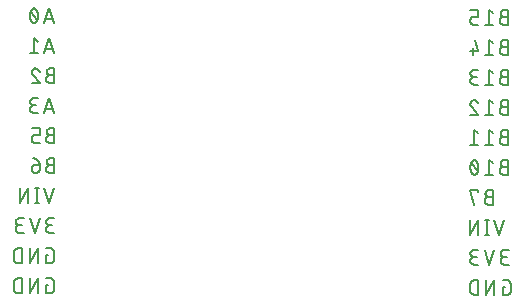
<source format=gbr>
G04 EAGLE Gerber RS-274X export*
G75*
%MOMM*%
%FSLAX34Y34*%
%LPD*%
%INSilkscreen Bottom*%
%IPPOS*%
%AMOC8*
5,1,8,0,0,1.08239X$1,22.5*%
G01*
%ADD10C,0.203200*%


D10*
X455612Y368215D02*
X452225Y368215D01*
X452225Y368216D02*
X452109Y368214D01*
X451994Y368208D01*
X451879Y368198D01*
X451764Y368184D01*
X451650Y368167D01*
X451536Y368145D01*
X451423Y368120D01*
X451311Y368090D01*
X451200Y368057D01*
X451091Y368020D01*
X450982Y367980D01*
X450876Y367936D01*
X450770Y367888D01*
X450667Y367836D01*
X450565Y367781D01*
X450465Y367723D01*
X450367Y367661D01*
X450272Y367596D01*
X450178Y367528D01*
X450088Y367456D01*
X449999Y367382D01*
X449913Y367304D01*
X449830Y367224D01*
X449750Y367141D01*
X449672Y367055D01*
X449598Y366966D01*
X449526Y366876D01*
X449458Y366782D01*
X449393Y366687D01*
X449331Y366589D01*
X449273Y366489D01*
X449218Y366387D01*
X449166Y366284D01*
X449118Y366178D01*
X449074Y366072D01*
X449034Y365963D01*
X448997Y365854D01*
X448964Y365743D01*
X448934Y365631D01*
X448909Y365518D01*
X448887Y365404D01*
X448870Y365290D01*
X448856Y365175D01*
X448846Y365060D01*
X448840Y364945D01*
X448838Y364829D01*
X448840Y364713D01*
X448846Y364598D01*
X448856Y364483D01*
X448870Y364368D01*
X448887Y364254D01*
X448909Y364140D01*
X448934Y364027D01*
X448964Y363915D01*
X448997Y363804D01*
X449034Y363695D01*
X449074Y363586D01*
X449118Y363480D01*
X449166Y363374D01*
X449218Y363271D01*
X449273Y363169D01*
X449331Y363069D01*
X449393Y362971D01*
X449458Y362876D01*
X449526Y362782D01*
X449598Y362692D01*
X449672Y362603D01*
X449750Y362517D01*
X449830Y362434D01*
X449913Y362354D01*
X449999Y362276D01*
X450088Y362202D01*
X450178Y362130D01*
X450272Y362062D01*
X450367Y361997D01*
X450465Y361935D01*
X450565Y361877D01*
X450667Y361822D01*
X450770Y361770D01*
X450876Y361722D01*
X450982Y361678D01*
X451091Y361638D01*
X451200Y361601D01*
X451311Y361568D01*
X451423Y361538D01*
X451536Y361513D01*
X451650Y361491D01*
X451764Y361474D01*
X451879Y361460D01*
X451994Y361450D01*
X452109Y361444D01*
X452225Y361442D01*
X455612Y361442D01*
X455612Y373634D01*
X452225Y373634D01*
X452122Y373632D01*
X452020Y373626D01*
X451918Y373617D01*
X451816Y373603D01*
X451715Y373586D01*
X451615Y373564D01*
X451516Y373539D01*
X451417Y373511D01*
X451320Y373478D01*
X451224Y373442D01*
X451129Y373403D01*
X451036Y373359D01*
X450945Y373313D01*
X450856Y373262D01*
X450768Y373209D01*
X450683Y373152D01*
X450600Y373092D01*
X450519Y373029D01*
X450440Y372963D01*
X450365Y372894D01*
X450291Y372822D01*
X450221Y372748D01*
X450153Y372671D01*
X450089Y372591D01*
X450027Y372509D01*
X449969Y372425D01*
X449914Y372338D01*
X449862Y372250D01*
X449814Y372159D01*
X449769Y372067D01*
X449727Y371974D01*
X449689Y371878D01*
X449655Y371782D01*
X449624Y371684D01*
X449598Y371585D01*
X449574Y371485D01*
X449555Y371384D01*
X449540Y371283D01*
X449528Y371181D01*
X449520Y371079D01*
X449516Y370976D01*
X449516Y370874D01*
X449520Y370771D01*
X449528Y370669D01*
X449540Y370567D01*
X449555Y370466D01*
X449574Y370365D01*
X449598Y370265D01*
X449624Y370166D01*
X449655Y370068D01*
X449689Y369972D01*
X449727Y369876D01*
X449769Y369783D01*
X449814Y369691D01*
X449862Y369600D01*
X449914Y369512D01*
X449969Y369425D01*
X450027Y369341D01*
X450089Y369259D01*
X450153Y369179D01*
X450221Y369102D01*
X450291Y369028D01*
X450365Y368956D01*
X450440Y368887D01*
X450519Y368821D01*
X450600Y368758D01*
X450683Y368698D01*
X450768Y368641D01*
X450856Y368588D01*
X450945Y368537D01*
X451036Y368491D01*
X451129Y368447D01*
X451224Y368408D01*
X451320Y368372D01*
X451417Y368339D01*
X451516Y368311D01*
X451615Y368286D01*
X451715Y368264D01*
X451816Y368247D01*
X451918Y368233D01*
X452020Y368224D01*
X452122Y368218D01*
X452225Y368216D01*
X443501Y370925D02*
X440114Y373634D01*
X440114Y361442D01*
X436728Y361442D02*
X443501Y361442D01*
X430699Y361442D02*
X426635Y361442D01*
X426534Y361444D01*
X426433Y361450D01*
X426332Y361459D01*
X426231Y361472D01*
X426131Y361489D01*
X426032Y361510D01*
X425934Y361534D01*
X425837Y361562D01*
X425740Y361594D01*
X425645Y361629D01*
X425552Y361668D01*
X425460Y361710D01*
X425369Y361756D01*
X425281Y361805D01*
X425194Y361857D01*
X425109Y361913D01*
X425026Y361971D01*
X424946Y362033D01*
X424868Y362098D01*
X424792Y362165D01*
X424719Y362235D01*
X424649Y362308D01*
X424582Y362384D01*
X424517Y362462D01*
X424455Y362542D01*
X424397Y362625D01*
X424341Y362710D01*
X424289Y362797D01*
X424240Y362885D01*
X424194Y362976D01*
X424152Y363068D01*
X424113Y363161D01*
X424078Y363256D01*
X424046Y363353D01*
X424018Y363450D01*
X423994Y363548D01*
X423973Y363647D01*
X423956Y363747D01*
X423943Y363848D01*
X423934Y363949D01*
X423928Y364050D01*
X423926Y364151D01*
X423926Y365506D01*
X423928Y365607D01*
X423934Y365708D01*
X423943Y365809D01*
X423956Y365910D01*
X423973Y366010D01*
X423994Y366109D01*
X424018Y366207D01*
X424046Y366304D01*
X424078Y366401D01*
X424113Y366496D01*
X424152Y366589D01*
X424194Y366681D01*
X424240Y366772D01*
X424289Y366861D01*
X424341Y366947D01*
X424397Y367032D01*
X424455Y367115D01*
X424517Y367195D01*
X424582Y367273D01*
X424649Y367349D01*
X424719Y367422D01*
X424792Y367492D01*
X424868Y367559D01*
X424946Y367624D01*
X425026Y367686D01*
X425109Y367744D01*
X425194Y367800D01*
X425281Y367852D01*
X425369Y367901D01*
X425460Y367947D01*
X425552Y367989D01*
X425645Y368028D01*
X425740Y368063D01*
X425837Y368095D01*
X425934Y368123D01*
X426032Y368147D01*
X426131Y368168D01*
X426231Y368185D01*
X426332Y368198D01*
X426433Y368207D01*
X426534Y368213D01*
X426635Y368215D01*
X430699Y368215D01*
X430699Y373634D01*
X423926Y373634D01*
X452225Y342815D02*
X455612Y342815D01*
X452225Y342816D02*
X452109Y342814D01*
X451994Y342808D01*
X451879Y342798D01*
X451764Y342784D01*
X451650Y342767D01*
X451536Y342745D01*
X451423Y342720D01*
X451311Y342690D01*
X451200Y342657D01*
X451091Y342620D01*
X450982Y342580D01*
X450876Y342536D01*
X450770Y342488D01*
X450667Y342436D01*
X450565Y342381D01*
X450465Y342323D01*
X450367Y342261D01*
X450272Y342196D01*
X450178Y342128D01*
X450088Y342056D01*
X449999Y341982D01*
X449913Y341904D01*
X449830Y341824D01*
X449750Y341741D01*
X449672Y341655D01*
X449598Y341566D01*
X449526Y341476D01*
X449458Y341382D01*
X449393Y341287D01*
X449331Y341189D01*
X449273Y341089D01*
X449218Y340987D01*
X449166Y340884D01*
X449118Y340778D01*
X449074Y340672D01*
X449034Y340563D01*
X448997Y340454D01*
X448964Y340343D01*
X448934Y340231D01*
X448909Y340118D01*
X448887Y340004D01*
X448870Y339890D01*
X448856Y339775D01*
X448846Y339660D01*
X448840Y339545D01*
X448838Y339429D01*
X448840Y339313D01*
X448846Y339198D01*
X448856Y339083D01*
X448870Y338968D01*
X448887Y338854D01*
X448909Y338740D01*
X448934Y338627D01*
X448964Y338515D01*
X448997Y338404D01*
X449034Y338295D01*
X449074Y338186D01*
X449118Y338080D01*
X449166Y337974D01*
X449218Y337871D01*
X449273Y337769D01*
X449331Y337669D01*
X449393Y337571D01*
X449458Y337476D01*
X449526Y337382D01*
X449598Y337292D01*
X449672Y337203D01*
X449750Y337117D01*
X449830Y337034D01*
X449913Y336954D01*
X449999Y336876D01*
X450088Y336802D01*
X450178Y336730D01*
X450272Y336662D01*
X450367Y336597D01*
X450465Y336535D01*
X450565Y336477D01*
X450667Y336422D01*
X450770Y336370D01*
X450876Y336322D01*
X450982Y336278D01*
X451091Y336238D01*
X451200Y336201D01*
X451311Y336168D01*
X451423Y336138D01*
X451536Y336113D01*
X451650Y336091D01*
X451764Y336074D01*
X451879Y336060D01*
X451994Y336050D01*
X452109Y336044D01*
X452225Y336042D01*
X455612Y336042D01*
X455612Y348234D01*
X452225Y348234D01*
X452122Y348232D01*
X452020Y348226D01*
X451918Y348217D01*
X451816Y348203D01*
X451715Y348186D01*
X451615Y348164D01*
X451516Y348139D01*
X451417Y348111D01*
X451320Y348078D01*
X451224Y348042D01*
X451129Y348003D01*
X451036Y347959D01*
X450945Y347913D01*
X450856Y347862D01*
X450768Y347809D01*
X450683Y347752D01*
X450600Y347692D01*
X450519Y347629D01*
X450440Y347563D01*
X450365Y347494D01*
X450291Y347422D01*
X450221Y347348D01*
X450153Y347271D01*
X450089Y347191D01*
X450027Y347109D01*
X449969Y347025D01*
X449914Y346938D01*
X449862Y346850D01*
X449814Y346759D01*
X449769Y346667D01*
X449727Y346574D01*
X449689Y346478D01*
X449655Y346382D01*
X449624Y346284D01*
X449598Y346185D01*
X449574Y346085D01*
X449555Y345984D01*
X449540Y345883D01*
X449528Y345781D01*
X449520Y345679D01*
X449516Y345576D01*
X449516Y345474D01*
X449520Y345371D01*
X449528Y345269D01*
X449540Y345167D01*
X449555Y345066D01*
X449574Y344965D01*
X449598Y344865D01*
X449624Y344766D01*
X449655Y344668D01*
X449689Y344572D01*
X449727Y344476D01*
X449769Y344383D01*
X449814Y344291D01*
X449862Y344200D01*
X449914Y344112D01*
X449969Y344025D01*
X450027Y343941D01*
X450089Y343859D01*
X450153Y343779D01*
X450221Y343702D01*
X450291Y343628D01*
X450365Y343556D01*
X450440Y343487D01*
X450519Y343421D01*
X450600Y343358D01*
X450683Y343298D01*
X450768Y343241D01*
X450856Y343188D01*
X450945Y343137D01*
X451036Y343091D01*
X451129Y343047D01*
X451224Y343008D01*
X451320Y342972D01*
X451417Y342939D01*
X451516Y342911D01*
X451615Y342886D01*
X451715Y342864D01*
X451816Y342847D01*
X451918Y342833D01*
X452020Y342824D01*
X452122Y342818D01*
X452225Y342816D01*
X443501Y345525D02*
X440114Y348234D01*
X440114Y336042D01*
X436728Y336042D02*
X443501Y336042D01*
X430699Y338751D02*
X427990Y348234D01*
X430699Y338751D02*
X423926Y338751D01*
X425958Y336042D02*
X425958Y341461D01*
X452225Y317415D02*
X455612Y317415D01*
X452225Y317416D02*
X452109Y317414D01*
X451994Y317408D01*
X451879Y317398D01*
X451764Y317384D01*
X451650Y317367D01*
X451536Y317345D01*
X451423Y317320D01*
X451311Y317290D01*
X451200Y317257D01*
X451091Y317220D01*
X450982Y317180D01*
X450876Y317136D01*
X450770Y317088D01*
X450667Y317036D01*
X450565Y316981D01*
X450465Y316923D01*
X450367Y316861D01*
X450272Y316796D01*
X450178Y316728D01*
X450088Y316656D01*
X449999Y316582D01*
X449913Y316504D01*
X449830Y316424D01*
X449750Y316341D01*
X449672Y316255D01*
X449598Y316166D01*
X449526Y316076D01*
X449458Y315982D01*
X449393Y315887D01*
X449331Y315789D01*
X449273Y315689D01*
X449218Y315587D01*
X449166Y315484D01*
X449118Y315378D01*
X449074Y315272D01*
X449034Y315163D01*
X448997Y315054D01*
X448964Y314943D01*
X448934Y314831D01*
X448909Y314718D01*
X448887Y314604D01*
X448870Y314490D01*
X448856Y314375D01*
X448846Y314260D01*
X448840Y314145D01*
X448838Y314029D01*
X448840Y313913D01*
X448846Y313798D01*
X448856Y313683D01*
X448870Y313568D01*
X448887Y313454D01*
X448909Y313340D01*
X448934Y313227D01*
X448964Y313115D01*
X448997Y313004D01*
X449034Y312895D01*
X449074Y312786D01*
X449118Y312680D01*
X449166Y312574D01*
X449218Y312471D01*
X449273Y312369D01*
X449331Y312269D01*
X449393Y312171D01*
X449458Y312076D01*
X449526Y311982D01*
X449598Y311892D01*
X449672Y311803D01*
X449750Y311717D01*
X449830Y311634D01*
X449913Y311554D01*
X449999Y311476D01*
X450088Y311402D01*
X450178Y311330D01*
X450272Y311262D01*
X450367Y311197D01*
X450465Y311135D01*
X450565Y311077D01*
X450667Y311022D01*
X450770Y310970D01*
X450876Y310922D01*
X450982Y310878D01*
X451091Y310838D01*
X451200Y310801D01*
X451311Y310768D01*
X451423Y310738D01*
X451536Y310713D01*
X451650Y310691D01*
X451764Y310674D01*
X451879Y310660D01*
X451994Y310650D01*
X452109Y310644D01*
X452225Y310642D01*
X455612Y310642D01*
X455612Y322834D01*
X452225Y322834D01*
X452122Y322832D01*
X452020Y322826D01*
X451918Y322817D01*
X451816Y322803D01*
X451715Y322786D01*
X451615Y322764D01*
X451516Y322739D01*
X451417Y322711D01*
X451320Y322678D01*
X451224Y322642D01*
X451129Y322603D01*
X451036Y322559D01*
X450945Y322513D01*
X450856Y322462D01*
X450768Y322409D01*
X450683Y322352D01*
X450600Y322292D01*
X450519Y322229D01*
X450440Y322163D01*
X450365Y322094D01*
X450291Y322022D01*
X450221Y321948D01*
X450153Y321871D01*
X450089Y321791D01*
X450027Y321709D01*
X449969Y321625D01*
X449914Y321538D01*
X449862Y321450D01*
X449814Y321359D01*
X449769Y321267D01*
X449727Y321174D01*
X449689Y321078D01*
X449655Y320982D01*
X449624Y320884D01*
X449598Y320785D01*
X449574Y320685D01*
X449555Y320584D01*
X449540Y320483D01*
X449528Y320381D01*
X449520Y320279D01*
X449516Y320176D01*
X449516Y320074D01*
X449520Y319971D01*
X449528Y319869D01*
X449540Y319767D01*
X449555Y319666D01*
X449574Y319565D01*
X449598Y319465D01*
X449624Y319366D01*
X449655Y319268D01*
X449689Y319172D01*
X449727Y319076D01*
X449769Y318983D01*
X449814Y318891D01*
X449862Y318800D01*
X449914Y318712D01*
X449969Y318625D01*
X450027Y318541D01*
X450089Y318459D01*
X450153Y318379D01*
X450221Y318302D01*
X450291Y318228D01*
X450365Y318156D01*
X450440Y318087D01*
X450519Y318021D01*
X450600Y317958D01*
X450683Y317898D01*
X450768Y317841D01*
X450856Y317788D01*
X450945Y317737D01*
X451036Y317691D01*
X451129Y317647D01*
X451224Y317608D01*
X451320Y317572D01*
X451417Y317539D01*
X451516Y317511D01*
X451615Y317486D01*
X451715Y317464D01*
X451816Y317447D01*
X451918Y317433D01*
X452020Y317424D01*
X452122Y317418D01*
X452225Y317416D01*
X443501Y320125D02*
X440114Y322834D01*
X440114Y310642D01*
X436728Y310642D02*
X443501Y310642D01*
X430699Y310642D02*
X427313Y310642D01*
X427197Y310644D01*
X427082Y310650D01*
X426967Y310660D01*
X426852Y310674D01*
X426738Y310691D01*
X426624Y310713D01*
X426511Y310738D01*
X426399Y310768D01*
X426288Y310801D01*
X426179Y310838D01*
X426070Y310878D01*
X425964Y310922D01*
X425858Y310970D01*
X425755Y311022D01*
X425653Y311077D01*
X425553Y311135D01*
X425455Y311197D01*
X425360Y311262D01*
X425266Y311330D01*
X425176Y311402D01*
X425087Y311476D01*
X425001Y311554D01*
X424918Y311634D01*
X424838Y311717D01*
X424760Y311803D01*
X424686Y311892D01*
X424614Y311982D01*
X424546Y312076D01*
X424481Y312171D01*
X424419Y312269D01*
X424361Y312369D01*
X424306Y312471D01*
X424254Y312574D01*
X424206Y312680D01*
X424162Y312786D01*
X424122Y312895D01*
X424085Y313004D01*
X424052Y313115D01*
X424022Y313227D01*
X423997Y313340D01*
X423975Y313454D01*
X423958Y313568D01*
X423944Y313683D01*
X423934Y313798D01*
X423928Y313913D01*
X423926Y314029D01*
X423928Y314145D01*
X423934Y314260D01*
X423944Y314375D01*
X423958Y314490D01*
X423975Y314604D01*
X423997Y314718D01*
X424022Y314831D01*
X424052Y314943D01*
X424085Y315054D01*
X424122Y315163D01*
X424162Y315272D01*
X424206Y315378D01*
X424254Y315484D01*
X424306Y315587D01*
X424361Y315689D01*
X424419Y315789D01*
X424481Y315887D01*
X424546Y315982D01*
X424614Y316076D01*
X424686Y316166D01*
X424760Y316255D01*
X424838Y316341D01*
X424918Y316424D01*
X425001Y316504D01*
X425087Y316582D01*
X425176Y316656D01*
X425266Y316728D01*
X425360Y316796D01*
X425455Y316861D01*
X425553Y316923D01*
X425653Y316981D01*
X425755Y317036D01*
X425858Y317088D01*
X425964Y317136D01*
X426070Y317180D01*
X426179Y317220D01*
X426288Y317257D01*
X426399Y317290D01*
X426511Y317320D01*
X426624Y317345D01*
X426738Y317367D01*
X426852Y317384D01*
X426967Y317398D01*
X427082Y317408D01*
X427197Y317414D01*
X427313Y317416D01*
X426635Y322834D02*
X430699Y322834D01*
X426635Y322834D02*
X426532Y322832D01*
X426430Y322826D01*
X426328Y322817D01*
X426226Y322803D01*
X426125Y322786D01*
X426025Y322764D01*
X425926Y322739D01*
X425827Y322711D01*
X425730Y322678D01*
X425634Y322642D01*
X425539Y322603D01*
X425446Y322559D01*
X425355Y322513D01*
X425266Y322462D01*
X425178Y322409D01*
X425093Y322352D01*
X425010Y322292D01*
X424929Y322229D01*
X424850Y322163D01*
X424775Y322094D01*
X424701Y322022D01*
X424631Y321948D01*
X424563Y321871D01*
X424499Y321791D01*
X424437Y321709D01*
X424379Y321625D01*
X424324Y321538D01*
X424272Y321450D01*
X424224Y321359D01*
X424179Y321267D01*
X424137Y321174D01*
X424099Y321078D01*
X424065Y320982D01*
X424034Y320884D01*
X424008Y320785D01*
X423984Y320685D01*
X423965Y320584D01*
X423950Y320483D01*
X423938Y320381D01*
X423930Y320279D01*
X423926Y320176D01*
X423926Y320074D01*
X423930Y319971D01*
X423938Y319869D01*
X423950Y319767D01*
X423965Y319666D01*
X423984Y319565D01*
X424008Y319465D01*
X424034Y319366D01*
X424065Y319268D01*
X424099Y319172D01*
X424137Y319076D01*
X424179Y318983D01*
X424224Y318891D01*
X424272Y318800D01*
X424324Y318712D01*
X424379Y318625D01*
X424437Y318541D01*
X424499Y318459D01*
X424563Y318379D01*
X424631Y318302D01*
X424701Y318228D01*
X424775Y318156D01*
X424850Y318087D01*
X424929Y318021D01*
X425010Y317958D01*
X425093Y317898D01*
X425178Y317841D01*
X425266Y317788D01*
X425355Y317737D01*
X425446Y317691D01*
X425539Y317647D01*
X425634Y317608D01*
X425730Y317572D01*
X425827Y317539D01*
X425926Y317511D01*
X426025Y317486D01*
X426125Y317464D01*
X426226Y317447D01*
X426328Y317433D01*
X426430Y317424D01*
X426532Y317418D01*
X426635Y317416D01*
X426635Y317415D02*
X429345Y317415D01*
X452225Y292015D02*
X455612Y292015D01*
X452225Y292016D02*
X452109Y292014D01*
X451994Y292008D01*
X451879Y291998D01*
X451764Y291984D01*
X451650Y291967D01*
X451536Y291945D01*
X451423Y291920D01*
X451311Y291890D01*
X451200Y291857D01*
X451091Y291820D01*
X450982Y291780D01*
X450876Y291736D01*
X450770Y291688D01*
X450667Y291636D01*
X450565Y291581D01*
X450465Y291523D01*
X450367Y291461D01*
X450272Y291396D01*
X450178Y291328D01*
X450088Y291256D01*
X449999Y291182D01*
X449913Y291104D01*
X449830Y291024D01*
X449750Y290941D01*
X449672Y290855D01*
X449598Y290766D01*
X449526Y290676D01*
X449458Y290582D01*
X449393Y290487D01*
X449331Y290389D01*
X449273Y290289D01*
X449218Y290187D01*
X449166Y290084D01*
X449118Y289978D01*
X449074Y289872D01*
X449034Y289763D01*
X448997Y289654D01*
X448964Y289543D01*
X448934Y289431D01*
X448909Y289318D01*
X448887Y289204D01*
X448870Y289090D01*
X448856Y288975D01*
X448846Y288860D01*
X448840Y288745D01*
X448838Y288629D01*
X448840Y288513D01*
X448846Y288398D01*
X448856Y288283D01*
X448870Y288168D01*
X448887Y288054D01*
X448909Y287940D01*
X448934Y287827D01*
X448964Y287715D01*
X448997Y287604D01*
X449034Y287495D01*
X449074Y287386D01*
X449118Y287280D01*
X449166Y287174D01*
X449218Y287071D01*
X449273Y286969D01*
X449331Y286869D01*
X449393Y286771D01*
X449458Y286676D01*
X449526Y286582D01*
X449598Y286492D01*
X449672Y286403D01*
X449750Y286317D01*
X449830Y286234D01*
X449913Y286154D01*
X449999Y286076D01*
X450088Y286002D01*
X450178Y285930D01*
X450272Y285862D01*
X450367Y285797D01*
X450465Y285735D01*
X450565Y285677D01*
X450667Y285622D01*
X450770Y285570D01*
X450876Y285522D01*
X450982Y285478D01*
X451091Y285438D01*
X451200Y285401D01*
X451311Y285368D01*
X451423Y285338D01*
X451536Y285313D01*
X451650Y285291D01*
X451764Y285274D01*
X451879Y285260D01*
X451994Y285250D01*
X452109Y285244D01*
X452225Y285242D01*
X455612Y285242D01*
X455612Y297434D01*
X452225Y297434D01*
X452122Y297432D01*
X452020Y297426D01*
X451918Y297417D01*
X451816Y297403D01*
X451715Y297386D01*
X451615Y297364D01*
X451516Y297339D01*
X451417Y297311D01*
X451320Y297278D01*
X451224Y297242D01*
X451129Y297203D01*
X451036Y297159D01*
X450945Y297113D01*
X450856Y297062D01*
X450768Y297009D01*
X450683Y296952D01*
X450600Y296892D01*
X450519Y296829D01*
X450440Y296763D01*
X450365Y296694D01*
X450291Y296622D01*
X450221Y296548D01*
X450153Y296471D01*
X450089Y296391D01*
X450027Y296309D01*
X449969Y296225D01*
X449914Y296138D01*
X449862Y296050D01*
X449814Y295959D01*
X449769Y295867D01*
X449727Y295774D01*
X449689Y295678D01*
X449655Y295582D01*
X449624Y295484D01*
X449598Y295385D01*
X449574Y295285D01*
X449555Y295184D01*
X449540Y295083D01*
X449528Y294981D01*
X449520Y294879D01*
X449516Y294776D01*
X449516Y294674D01*
X449520Y294571D01*
X449528Y294469D01*
X449540Y294367D01*
X449555Y294266D01*
X449574Y294165D01*
X449598Y294065D01*
X449624Y293966D01*
X449655Y293868D01*
X449689Y293772D01*
X449727Y293676D01*
X449769Y293583D01*
X449814Y293491D01*
X449862Y293400D01*
X449914Y293312D01*
X449969Y293225D01*
X450027Y293141D01*
X450089Y293059D01*
X450153Y292979D01*
X450221Y292902D01*
X450291Y292828D01*
X450365Y292756D01*
X450440Y292687D01*
X450519Y292621D01*
X450600Y292558D01*
X450683Y292498D01*
X450768Y292441D01*
X450856Y292388D01*
X450945Y292337D01*
X451036Y292291D01*
X451129Y292247D01*
X451224Y292208D01*
X451320Y292172D01*
X451417Y292139D01*
X451516Y292111D01*
X451615Y292086D01*
X451715Y292064D01*
X451816Y292047D01*
X451918Y292033D01*
X452020Y292024D01*
X452122Y292018D01*
X452225Y292016D01*
X443501Y294725D02*
X440114Y297434D01*
X440114Y285242D01*
X436728Y285242D02*
X443501Y285242D01*
X426974Y297434D02*
X426865Y297432D01*
X426757Y297426D01*
X426648Y297417D01*
X426540Y297403D01*
X426433Y297386D01*
X426326Y297364D01*
X426220Y297339D01*
X426115Y297311D01*
X426011Y297278D01*
X425909Y297242D01*
X425808Y297202D01*
X425708Y297159D01*
X425610Y297112D01*
X425513Y297061D01*
X425419Y297007D01*
X425326Y296950D01*
X425236Y296890D01*
X425147Y296826D01*
X425061Y296759D01*
X424978Y296690D01*
X424897Y296617D01*
X424819Y296541D01*
X424743Y296463D01*
X424670Y296382D01*
X424601Y296299D01*
X424534Y296213D01*
X424470Y296124D01*
X424410Y296034D01*
X424353Y295941D01*
X424299Y295847D01*
X424248Y295750D01*
X424201Y295652D01*
X424158Y295552D01*
X424118Y295451D01*
X424082Y295349D01*
X424049Y295245D01*
X424021Y295140D01*
X423996Y295034D01*
X423974Y294927D01*
X423957Y294820D01*
X423943Y294712D01*
X423934Y294603D01*
X423928Y294495D01*
X423926Y294386D01*
X426974Y297434D02*
X427097Y297432D01*
X427220Y297426D01*
X427343Y297417D01*
X427465Y297403D01*
X427587Y297386D01*
X427708Y297365D01*
X427829Y297340D01*
X427949Y297311D01*
X428067Y297278D01*
X428185Y297242D01*
X428301Y297202D01*
X428417Y297159D01*
X428530Y297111D01*
X428643Y297061D01*
X428753Y297007D01*
X428862Y296949D01*
X428969Y296888D01*
X429074Y296823D01*
X429177Y296756D01*
X429277Y296685D01*
X429376Y296611D01*
X429472Y296534D01*
X429565Y296454D01*
X429656Y296371D01*
X429745Y296285D01*
X429830Y296197D01*
X429913Y296106D01*
X429993Y296012D01*
X430070Y295916D01*
X430144Y295817D01*
X430214Y295717D01*
X430282Y295614D01*
X430346Y295509D01*
X430407Y295402D01*
X430465Y295293D01*
X430519Y295182D01*
X430569Y295070D01*
X430616Y294956D01*
X430660Y294841D01*
X430699Y294725D01*
X424942Y292015D02*
X424863Y292093D01*
X424787Y292173D01*
X424714Y292255D01*
X424644Y292341D01*
X424576Y292428D01*
X424511Y292518D01*
X424450Y292609D01*
X424392Y292703D01*
X424336Y292799D01*
X424285Y292896D01*
X424236Y292996D01*
X424191Y293096D01*
X424149Y293199D01*
X424111Y293302D01*
X424076Y293407D01*
X424045Y293513D01*
X424017Y293620D01*
X423993Y293728D01*
X423972Y293836D01*
X423956Y293945D01*
X423943Y294055D01*
X423933Y294165D01*
X423928Y294276D01*
X423926Y294386D01*
X424942Y292015D02*
X430699Y285242D01*
X423926Y285242D01*
X452225Y266615D02*
X455612Y266615D01*
X452225Y266616D02*
X452109Y266614D01*
X451994Y266608D01*
X451879Y266598D01*
X451764Y266584D01*
X451650Y266567D01*
X451536Y266545D01*
X451423Y266520D01*
X451311Y266490D01*
X451200Y266457D01*
X451091Y266420D01*
X450982Y266380D01*
X450876Y266336D01*
X450770Y266288D01*
X450667Y266236D01*
X450565Y266181D01*
X450465Y266123D01*
X450367Y266061D01*
X450272Y265996D01*
X450178Y265928D01*
X450088Y265856D01*
X449999Y265782D01*
X449913Y265704D01*
X449830Y265624D01*
X449750Y265541D01*
X449672Y265455D01*
X449598Y265366D01*
X449526Y265276D01*
X449458Y265182D01*
X449393Y265087D01*
X449331Y264989D01*
X449273Y264889D01*
X449218Y264787D01*
X449166Y264684D01*
X449118Y264578D01*
X449074Y264472D01*
X449034Y264363D01*
X448997Y264254D01*
X448964Y264143D01*
X448934Y264031D01*
X448909Y263918D01*
X448887Y263804D01*
X448870Y263690D01*
X448856Y263575D01*
X448846Y263460D01*
X448840Y263345D01*
X448838Y263229D01*
X448840Y263113D01*
X448846Y262998D01*
X448856Y262883D01*
X448870Y262768D01*
X448887Y262654D01*
X448909Y262540D01*
X448934Y262427D01*
X448964Y262315D01*
X448997Y262204D01*
X449034Y262095D01*
X449074Y261986D01*
X449118Y261880D01*
X449166Y261774D01*
X449218Y261671D01*
X449273Y261569D01*
X449331Y261469D01*
X449393Y261371D01*
X449458Y261276D01*
X449526Y261182D01*
X449598Y261092D01*
X449672Y261003D01*
X449750Y260917D01*
X449830Y260834D01*
X449913Y260754D01*
X449999Y260676D01*
X450088Y260602D01*
X450178Y260530D01*
X450272Y260462D01*
X450367Y260397D01*
X450465Y260335D01*
X450565Y260277D01*
X450667Y260222D01*
X450770Y260170D01*
X450876Y260122D01*
X450982Y260078D01*
X451091Y260038D01*
X451200Y260001D01*
X451311Y259968D01*
X451423Y259938D01*
X451536Y259913D01*
X451650Y259891D01*
X451764Y259874D01*
X451879Y259860D01*
X451994Y259850D01*
X452109Y259844D01*
X452225Y259842D01*
X455612Y259842D01*
X455612Y272034D01*
X452225Y272034D01*
X452122Y272032D01*
X452020Y272026D01*
X451918Y272017D01*
X451816Y272003D01*
X451715Y271986D01*
X451615Y271964D01*
X451516Y271939D01*
X451417Y271911D01*
X451320Y271878D01*
X451224Y271842D01*
X451129Y271803D01*
X451036Y271759D01*
X450945Y271713D01*
X450856Y271662D01*
X450768Y271609D01*
X450683Y271552D01*
X450600Y271492D01*
X450519Y271429D01*
X450440Y271363D01*
X450365Y271294D01*
X450291Y271222D01*
X450221Y271148D01*
X450153Y271071D01*
X450089Y270991D01*
X450027Y270909D01*
X449969Y270825D01*
X449914Y270738D01*
X449862Y270650D01*
X449814Y270559D01*
X449769Y270467D01*
X449727Y270374D01*
X449689Y270278D01*
X449655Y270182D01*
X449624Y270084D01*
X449598Y269985D01*
X449574Y269885D01*
X449555Y269784D01*
X449540Y269683D01*
X449528Y269581D01*
X449520Y269479D01*
X449516Y269376D01*
X449516Y269274D01*
X449520Y269171D01*
X449528Y269069D01*
X449540Y268967D01*
X449555Y268866D01*
X449574Y268765D01*
X449598Y268665D01*
X449624Y268566D01*
X449655Y268468D01*
X449689Y268372D01*
X449727Y268276D01*
X449769Y268183D01*
X449814Y268091D01*
X449862Y268000D01*
X449914Y267912D01*
X449969Y267825D01*
X450027Y267741D01*
X450089Y267659D01*
X450153Y267579D01*
X450221Y267502D01*
X450291Y267428D01*
X450365Y267356D01*
X450440Y267287D01*
X450519Y267221D01*
X450600Y267158D01*
X450683Y267098D01*
X450768Y267041D01*
X450856Y266988D01*
X450945Y266937D01*
X451036Y266891D01*
X451129Y266847D01*
X451224Y266808D01*
X451320Y266772D01*
X451417Y266739D01*
X451516Y266711D01*
X451615Y266686D01*
X451715Y266664D01*
X451816Y266647D01*
X451918Y266633D01*
X452020Y266624D01*
X452122Y266618D01*
X452225Y266616D01*
X443501Y269325D02*
X440114Y272034D01*
X440114Y259842D01*
X436728Y259842D02*
X443501Y259842D01*
X430699Y269325D02*
X427313Y272034D01*
X427313Y259842D01*
X430699Y259842D02*
X423926Y259842D01*
X452225Y241215D02*
X455612Y241215D01*
X452225Y241216D02*
X452109Y241214D01*
X451994Y241208D01*
X451879Y241198D01*
X451764Y241184D01*
X451650Y241167D01*
X451536Y241145D01*
X451423Y241120D01*
X451311Y241090D01*
X451200Y241057D01*
X451091Y241020D01*
X450982Y240980D01*
X450876Y240936D01*
X450770Y240888D01*
X450667Y240836D01*
X450565Y240781D01*
X450465Y240723D01*
X450367Y240661D01*
X450272Y240596D01*
X450178Y240528D01*
X450088Y240456D01*
X449999Y240382D01*
X449913Y240304D01*
X449830Y240224D01*
X449750Y240141D01*
X449672Y240055D01*
X449598Y239966D01*
X449526Y239876D01*
X449458Y239782D01*
X449393Y239687D01*
X449331Y239589D01*
X449273Y239489D01*
X449218Y239387D01*
X449166Y239284D01*
X449118Y239178D01*
X449074Y239072D01*
X449034Y238963D01*
X448997Y238854D01*
X448964Y238743D01*
X448934Y238631D01*
X448909Y238518D01*
X448887Y238404D01*
X448870Y238290D01*
X448856Y238175D01*
X448846Y238060D01*
X448840Y237945D01*
X448838Y237829D01*
X448840Y237713D01*
X448846Y237598D01*
X448856Y237483D01*
X448870Y237368D01*
X448887Y237254D01*
X448909Y237140D01*
X448934Y237027D01*
X448964Y236915D01*
X448997Y236804D01*
X449034Y236695D01*
X449074Y236586D01*
X449118Y236480D01*
X449166Y236374D01*
X449218Y236271D01*
X449273Y236169D01*
X449331Y236069D01*
X449393Y235971D01*
X449458Y235876D01*
X449526Y235782D01*
X449598Y235692D01*
X449672Y235603D01*
X449750Y235517D01*
X449830Y235434D01*
X449913Y235354D01*
X449999Y235276D01*
X450088Y235202D01*
X450178Y235130D01*
X450272Y235062D01*
X450367Y234997D01*
X450465Y234935D01*
X450565Y234877D01*
X450667Y234822D01*
X450770Y234770D01*
X450876Y234722D01*
X450982Y234678D01*
X451091Y234638D01*
X451200Y234601D01*
X451311Y234568D01*
X451423Y234538D01*
X451536Y234513D01*
X451650Y234491D01*
X451764Y234474D01*
X451879Y234460D01*
X451994Y234450D01*
X452109Y234444D01*
X452225Y234442D01*
X455612Y234442D01*
X455612Y246634D01*
X452225Y246634D01*
X452122Y246632D01*
X452020Y246626D01*
X451918Y246617D01*
X451816Y246603D01*
X451715Y246586D01*
X451615Y246564D01*
X451516Y246539D01*
X451417Y246511D01*
X451320Y246478D01*
X451224Y246442D01*
X451129Y246403D01*
X451036Y246359D01*
X450945Y246313D01*
X450856Y246262D01*
X450768Y246209D01*
X450683Y246152D01*
X450600Y246092D01*
X450519Y246029D01*
X450440Y245963D01*
X450365Y245894D01*
X450291Y245822D01*
X450221Y245748D01*
X450153Y245671D01*
X450089Y245591D01*
X450027Y245509D01*
X449969Y245425D01*
X449914Y245338D01*
X449862Y245250D01*
X449814Y245159D01*
X449769Y245067D01*
X449727Y244974D01*
X449689Y244878D01*
X449655Y244782D01*
X449624Y244684D01*
X449598Y244585D01*
X449574Y244485D01*
X449555Y244384D01*
X449540Y244283D01*
X449528Y244181D01*
X449520Y244079D01*
X449516Y243976D01*
X449516Y243874D01*
X449520Y243771D01*
X449528Y243669D01*
X449540Y243567D01*
X449555Y243466D01*
X449574Y243365D01*
X449598Y243265D01*
X449624Y243166D01*
X449655Y243068D01*
X449689Y242972D01*
X449727Y242876D01*
X449769Y242783D01*
X449814Y242691D01*
X449862Y242600D01*
X449914Y242512D01*
X449969Y242425D01*
X450027Y242341D01*
X450089Y242259D01*
X450153Y242179D01*
X450221Y242102D01*
X450291Y242028D01*
X450365Y241956D01*
X450440Y241887D01*
X450519Y241821D01*
X450600Y241758D01*
X450683Y241698D01*
X450768Y241641D01*
X450856Y241588D01*
X450945Y241537D01*
X451036Y241491D01*
X451129Y241447D01*
X451224Y241408D01*
X451320Y241372D01*
X451417Y241339D01*
X451516Y241311D01*
X451615Y241286D01*
X451715Y241264D01*
X451816Y241247D01*
X451918Y241233D01*
X452020Y241224D01*
X452122Y241218D01*
X452225Y241216D01*
X443501Y243925D02*
X440114Y246634D01*
X440114Y234442D01*
X436728Y234442D02*
X443501Y234442D01*
X430699Y240538D02*
X430696Y240778D01*
X430688Y241018D01*
X430673Y241257D01*
X430653Y241496D01*
X430628Y241734D01*
X430596Y241972D01*
X430559Y242209D01*
X430516Y242445D01*
X430468Y242680D01*
X430414Y242914D01*
X430355Y243146D01*
X430290Y243377D01*
X430219Y243606D01*
X430143Y243834D01*
X430062Y244059D01*
X429975Y244283D01*
X429883Y244505D01*
X429786Y244724D01*
X429683Y244941D01*
X429684Y244941D02*
X429650Y245032D01*
X429613Y245122D01*
X429573Y245210D01*
X429530Y245297D01*
X429483Y245382D01*
X429432Y245465D01*
X429379Y245546D01*
X429322Y245625D01*
X429263Y245702D01*
X429200Y245777D01*
X429135Y245848D01*
X429067Y245918D01*
X428996Y245984D01*
X428923Y246048D01*
X428848Y246109D01*
X428770Y246167D01*
X428689Y246222D01*
X428607Y246274D01*
X428523Y246322D01*
X428437Y246368D01*
X428350Y246410D01*
X428260Y246448D01*
X428170Y246483D01*
X428078Y246514D01*
X427985Y246542D01*
X427891Y246567D01*
X427796Y246587D01*
X427700Y246604D01*
X427604Y246617D01*
X427507Y246626D01*
X427410Y246632D01*
X427313Y246634D01*
X427216Y246632D01*
X427119Y246626D01*
X427022Y246617D01*
X426926Y246604D01*
X426830Y246587D01*
X426735Y246567D01*
X426641Y246542D01*
X426548Y246514D01*
X426456Y246483D01*
X426366Y246448D01*
X426276Y246410D01*
X426189Y246368D01*
X426103Y246322D01*
X426019Y246274D01*
X425937Y246222D01*
X425856Y246167D01*
X425778Y246109D01*
X425703Y246048D01*
X425630Y245984D01*
X425559Y245918D01*
X425491Y245848D01*
X425426Y245777D01*
X425363Y245702D01*
X425304Y245625D01*
X425247Y245546D01*
X425194Y245465D01*
X425143Y245382D01*
X425096Y245297D01*
X425053Y245210D01*
X425013Y245122D01*
X424976Y245032D01*
X424942Y244941D01*
X424839Y244724D01*
X424742Y244505D01*
X424650Y244283D01*
X424563Y244059D01*
X424482Y243834D01*
X424406Y243606D01*
X424335Y243377D01*
X424270Y243146D01*
X424211Y242914D01*
X424157Y242680D01*
X424109Y242445D01*
X424066Y242209D01*
X424029Y241972D01*
X423997Y241734D01*
X423972Y241496D01*
X423952Y241257D01*
X423937Y241018D01*
X423929Y240778D01*
X423926Y240538D01*
X430699Y240538D02*
X430696Y240298D01*
X430688Y240058D01*
X430673Y239819D01*
X430653Y239580D01*
X430628Y239342D01*
X430596Y239104D01*
X430559Y238867D01*
X430516Y238631D01*
X430468Y238396D01*
X430414Y238162D01*
X430355Y237930D01*
X430290Y237699D01*
X430219Y237470D01*
X430143Y237242D01*
X430062Y237017D01*
X429975Y236793D01*
X429883Y236571D01*
X429786Y236352D01*
X429683Y236135D01*
X429684Y236135D02*
X429650Y236044D01*
X429613Y235954D01*
X429573Y235866D01*
X429530Y235779D01*
X429483Y235694D01*
X429432Y235611D01*
X429379Y235530D01*
X429322Y235451D01*
X429263Y235374D01*
X429200Y235299D01*
X429135Y235228D01*
X429067Y235158D01*
X428996Y235092D01*
X428923Y235028D01*
X428848Y234967D01*
X428770Y234909D01*
X428689Y234854D01*
X428607Y234802D01*
X428523Y234754D01*
X428437Y234708D01*
X428350Y234666D01*
X428260Y234628D01*
X428170Y234593D01*
X428078Y234562D01*
X427985Y234534D01*
X427891Y234509D01*
X427796Y234489D01*
X427700Y234472D01*
X427604Y234459D01*
X427507Y234450D01*
X427410Y234444D01*
X427313Y234442D01*
X424942Y236135D02*
X424839Y236352D01*
X424742Y236571D01*
X424650Y236793D01*
X424563Y237017D01*
X424482Y237242D01*
X424406Y237470D01*
X424335Y237699D01*
X424270Y237930D01*
X424211Y238162D01*
X424157Y238396D01*
X424109Y238631D01*
X424066Y238867D01*
X424029Y239104D01*
X423997Y239342D01*
X423972Y239580D01*
X423952Y239819D01*
X423937Y240058D01*
X423929Y240298D01*
X423926Y240538D01*
X424942Y236135D02*
X424976Y236044D01*
X425013Y235954D01*
X425053Y235866D01*
X425096Y235779D01*
X425143Y235694D01*
X425194Y235611D01*
X425247Y235530D01*
X425304Y235451D01*
X425363Y235374D01*
X425426Y235299D01*
X425491Y235228D01*
X425559Y235158D01*
X425630Y235092D01*
X425703Y235028D01*
X425778Y234967D01*
X425856Y234909D01*
X425937Y234854D01*
X426019Y234802D01*
X426103Y234754D01*
X426189Y234708D01*
X426276Y234666D01*
X426366Y234628D01*
X426456Y234593D01*
X426548Y234562D01*
X426641Y234534D01*
X426735Y234509D01*
X426830Y234489D01*
X426926Y234472D01*
X427022Y234459D01*
X427119Y234450D01*
X427216Y234444D01*
X427313Y234442D01*
X430022Y237151D02*
X424603Y243925D01*
X439423Y215815D02*
X442810Y215815D01*
X439423Y215816D02*
X439307Y215814D01*
X439192Y215808D01*
X439077Y215798D01*
X438962Y215784D01*
X438848Y215767D01*
X438734Y215745D01*
X438621Y215720D01*
X438509Y215690D01*
X438398Y215657D01*
X438289Y215620D01*
X438180Y215580D01*
X438074Y215536D01*
X437968Y215488D01*
X437865Y215436D01*
X437763Y215381D01*
X437663Y215323D01*
X437565Y215261D01*
X437470Y215196D01*
X437376Y215128D01*
X437286Y215056D01*
X437197Y214982D01*
X437111Y214904D01*
X437028Y214824D01*
X436948Y214741D01*
X436870Y214655D01*
X436796Y214566D01*
X436724Y214476D01*
X436656Y214382D01*
X436591Y214287D01*
X436529Y214189D01*
X436471Y214089D01*
X436416Y213987D01*
X436364Y213884D01*
X436316Y213778D01*
X436272Y213672D01*
X436232Y213563D01*
X436195Y213454D01*
X436162Y213343D01*
X436132Y213231D01*
X436107Y213118D01*
X436085Y213004D01*
X436068Y212890D01*
X436054Y212775D01*
X436044Y212660D01*
X436038Y212545D01*
X436036Y212429D01*
X436038Y212313D01*
X436044Y212198D01*
X436054Y212083D01*
X436068Y211968D01*
X436085Y211854D01*
X436107Y211740D01*
X436132Y211627D01*
X436162Y211515D01*
X436195Y211404D01*
X436232Y211295D01*
X436272Y211186D01*
X436316Y211080D01*
X436364Y210974D01*
X436416Y210871D01*
X436471Y210769D01*
X436529Y210669D01*
X436591Y210571D01*
X436656Y210476D01*
X436724Y210382D01*
X436796Y210292D01*
X436870Y210203D01*
X436948Y210117D01*
X437028Y210034D01*
X437111Y209954D01*
X437197Y209876D01*
X437286Y209802D01*
X437376Y209730D01*
X437470Y209662D01*
X437565Y209597D01*
X437663Y209535D01*
X437763Y209477D01*
X437865Y209422D01*
X437968Y209370D01*
X438074Y209322D01*
X438180Y209278D01*
X438289Y209238D01*
X438398Y209201D01*
X438509Y209168D01*
X438621Y209138D01*
X438734Y209113D01*
X438848Y209091D01*
X438962Y209074D01*
X439077Y209060D01*
X439192Y209050D01*
X439307Y209044D01*
X439423Y209042D01*
X442810Y209042D01*
X442810Y221234D01*
X439423Y221234D01*
X439320Y221232D01*
X439218Y221226D01*
X439116Y221217D01*
X439014Y221203D01*
X438913Y221186D01*
X438813Y221164D01*
X438714Y221139D01*
X438615Y221111D01*
X438518Y221078D01*
X438422Y221042D01*
X438327Y221003D01*
X438234Y220959D01*
X438143Y220913D01*
X438054Y220862D01*
X437966Y220809D01*
X437881Y220752D01*
X437798Y220692D01*
X437717Y220629D01*
X437638Y220563D01*
X437563Y220494D01*
X437489Y220422D01*
X437419Y220348D01*
X437351Y220271D01*
X437287Y220191D01*
X437225Y220109D01*
X437167Y220025D01*
X437112Y219938D01*
X437060Y219850D01*
X437012Y219759D01*
X436967Y219667D01*
X436925Y219574D01*
X436887Y219478D01*
X436853Y219382D01*
X436822Y219284D01*
X436796Y219185D01*
X436772Y219085D01*
X436753Y218984D01*
X436738Y218883D01*
X436726Y218781D01*
X436718Y218679D01*
X436714Y218576D01*
X436714Y218474D01*
X436718Y218371D01*
X436726Y218269D01*
X436738Y218167D01*
X436753Y218066D01*
X436772Y217965D01*
X436796Y217865D01*
X436822Y217766D01*
X436853Y217668D01*
X436887Y217572D01*
X436925Y217476D01*
X436967Y217383D01*
X437012Y217291D01*
X437060Y217200D01*
X437112Y217112D01*
X437167Y217025D01*
X437225Y216941D01*
X437287Y216859D01*
X437351Y216779D01*
X437419Y216702D01*
X437489Y216628D01*
X437563Y216556D01*
X437638Y216487D01*
X437717Y216421D01*
X437798Y216358D01*
X437881Y216298D01*
X437966Y216241D01*
X438054Y216188D01*
X438143Y216137D01*
X438234Y216091D01*
X438327Y216047D01*
X438422Y216008D01*
X438518Y215972D01*
X438615Y215939D01*
X438714Y215911D01*
X438813Y215886D01*
X438913Y215864D01*
X439014Y215847D01*
X439116Y215833D01*
X439218Y215824D01*
X439320Y215818D01*
X439423Y215816D01*
X430699Y219879D02*
X430699Y221234D01*
X423926Y221234D01*
X427313Y209042D01*
X452286Y195834D02*
X448222Y183642D01*
X444158Y195834D01*
X437981Y195834D02*
X437981Y183642D01*
X439335Y183642D02*
X436626Y183642D01*
X436626Y195834D02*
X439335Y195834D01*
X430699Y195834D02*
X430699Y183642D01*
X423926Y183642D02*
X430699Y195834D01*
X423926Y195834D02*
X423926Y183642D01*
X452916Y158242D02*
X456302Y158242D01*
X452916Y158242D02*
X452800Y158244D01*
X452685Y158250D01*
X452570Y158260D01*
X452455Y158274D01*
X452341Y158291D01*
X452227Y158313D01*
X452114Y158338D01*
X452002Y158368D01*
X451891Y158401D01*
X451782Y158438D01*
X451673Y158478D01*
X451567Y158522D01*
X451461Y158570D01*
X451358Y158622D01*
X451256Y158677D01*
X451156Y158735D01*
X451058Y158797D01*
X450963Y158862D01*
X450869Y158930D01*
X450779Y159002D01*
X450690Y159076D01*
X450604Y159154D01*
X450521Y159234D01*
X450441Y159317D01*
X450363Y159403D01*
X450289Y159492D01*
X450217Y159582D01*
X450149Y159676D01*
X450084Y159771D01*
X450022Y159869D01*
X449964Y159969D01*
X449909Y160071D01*
X449857Y160174D01*
X449809Y160280D01*
X449765Y160386D01*
X449725Y160495D01*
X449688Y160604D01*
X449655Y160715D01*
X449625Y160827D01*
X449600Y160940D01*
X449578Y161054D01*
X449561Y161168D01*
X449547Y161283D01*
X449537Y161398D01*
X449531Y161513D01*
X449529Y161629D01*
X449531Y161745D01*
X449537Y161860D01*
X449547Y161975D01*
X449561Y162090D01*
X449578Y162204D01*
X449600Y162318D01*
X449625Y162431D01*
X449655Y162543D01*
X449688Y162654D01*
X449725Y162763D01*
X449765Y162872D01*
X449809Y162978D01*
X449857Y163084D01*
X449909Y163187D01*
X449964Y163289D01*
X450022Y163389D01*
X450084Y163487D01*
X450149Y163582D01*
X450217Y163676D01*
X450289Y163766D01*
X450363Y163855D01*
X450441Y163941D01*
X450521Y164024D01*
X450604Y164104D01*
X450690Y164182D01*
X450779Y164256D01*
X450869Y164328D01*
X450963Y164396D01*
X451058Y164461D01*
X451156Y164523D01*
X451256Y164581D01*
X451358Y164636D01*
X451461Y164688D01*
X451567Y164736D01*
X451673Y164780D01*
X451782Y164820D01*
X451891Y164857D01*
X452002Y164890D01*
X452114Y164920D01*
X452227Y164945D01*
X452341Y164967D01*
X452455Y164984D01*
X452570Y164998D01*
X452685Y165008D01*
X452800Y165014D01*
X452916Y165016D01*
X452238Y170434D02*
X456302Y170434D01*
X452238Y170434D02*
X452135Y170432D01*
X452033Y170426D01*
X451931Y170417D01*
X451829Y170403D01*
X451728Y170386D01*
X451628Y170364D01*
X451529Y170339D01*
X451430Y170311D01*
X451333Y170278D01*
X451237Y170242D01*
X451142Y170203D01*
X451049Y170159D01*
X450958Y170113D01*
X450869Y170062D01*
X450781Y170009D01*
X450696Y169952D01*
X450613Y169892D01*
X450532Y169829D01*
X450453Y169763D01*
X450378Y169694D01*
X450304Y169622D01*
X450234Y169548D01*
X450166Y169471D01*
X450102Y169391D01*
X450040Y169309D01*
X449982Y169225D01*
X449927Y169138D01*
X449875Y169050D01*
X449827Y168959D01*
X449782Y168867D01*
X449740Y168774D01*
X449702Y168678D01*
X449668Y168582D01*
X449637Y168484D01*
X449611Y168385D01*
X449587Y168285D01*
X449568Y168184D01*
X449553Y168083D01*
X449541Y167981D01*
X449533Y167879D01*
X449529Y167776D01*
X449529Y167674D01*
X449533Y167571D01*
X449541Y167469D01*
X449553Y167367D01*
X449568Y167266D01*
X449587Y167165D01*
X449611Y167065D01*
X449637Y166966D01*
X449668Y166868D01*
X449702Y166772D01*
X449740Y166676D01*
X449782Y166583D01*
X449827Y166491D01*
X449875Y166400D01*
X449927Y166312D01*
X449982Y166225D01*
X450040Y166141D01*
X450102Y166059D01*
X450166Y165979D01*
X450234Y165902D01*
X450304Y165828D01*
X450378Y165756D01*
X450453Y165687D01*
X450532Y165621D01*
X450613Y165558D01*
X450696Y165498D01*
X450781Y165441D01*
X450869Y165388D01*
X450958Y165337D01*
X451049Y165291D01*
X451142Y165247D01*
X451237Y165208D01*
X451333Y165172D01*
X451430Y165139D01*
X451529Y165111D01*
X451628Y165086D01*
X451728Y165064D01*
X451829Y165047D01*
X451931Y165033D01*
X452033Y165024D01*
X452135Y165018D01*
X452238Y165016D01*
X452238Y165015D02*
X454948Y165015D01*
X444178Y170434D02*
X440114Y158242D01*
X436050Y170434D01*
X430699Y158242D02*
X427313Y158242D01*
X427197Y158244D01*
X427082Y158250D01*
X426967Y158260D01*
X426852Y158274D01*
X426738Y158291D01*
X426624Y158313D01*
X426511Y158338D01*
X426399Y158368D01*
X426288Y158401D01*
X426179Y158438D01*
X426070Y158478D01*
X425964Y158522D01*
X425858Y158570D01*
X425755Y158622D01*
X425653Y158677D01*
X425553Y158735D01*
X425455Y158797D01*
X425360Y158862D01*
X425266Y158930D01*
X425176Y159002D01*
X425087Y159076D01*
X425001Y159154D01*
X424918Y159234D01*
X424838Y159317D01*
X424760Y159403D01*
X424686Y159492D01*
X424614Y159582D01*
X424546Y159676D01*
X424481Y159771D01*
X424419Y159869D01*
X424361Y159969D01*
X424306Y160071D01*
X424254Y160174D01*
X424206Y160280D01*
X424162Y160386D01*
X424122Y160495D01*
X424085Y160604D01*
X424052Y160715D01*
X424022Y160827D01*
X423997Y160940D01*
X423975Y161054D01*
X423958Y161168D01*
X423944Y161283D01*
X423934Y161398D01*
X423928Y161513D01*
X423926Y161629D01*
X423928Y161745D01*
X423934Y161860D01*
X423944Y161975D01*
X423958Y162090D01*
X423975Y162204D01*
X423997Y162318D01*
X424022Y162431D01*
X424052Y162543D01*
X424085Y162654D01*
X424122Y162763D01*
X424162Y162872D01*
X424206Y162978D01*
X424254Y163084D01*
X424306Y163187D01*
X424361Y163289D01*
X424419Y163389D01*
X424481Y163487D01*
X424546Y163582D01*
X424614Y163676D01*
X424686Y163766D01*
X424760Y163855D01*
X424838Y163941D01*
X424918Y164024D01*
X425001Y164104D01*
X425087Y164182D01*
X425176Y164256D01*
X425266Y164328D01*
X425360Y164396D01*
X425455Y164461D01*
X425553Y164523D01*
X425653Y164581D01*
X425755Y164636D01*
X425858Y164688D01*
X425964Y164736D01*
X426070Y164780D01*
X426179Y164820D01*
X426288Y164857D01*
X426399Y164890D01*
X426511Y164920D01*
X426624Y164945D01*
X426738Y164967D01*
X426852Y164984D01*
X426967Y164998D01*
X427082Y165008D01*
X427197Y165014D01*
X427313Y165016D01*
X426635Y170434D02*
X430699Y170434D01*
X426635Y170434D02*
X426532Y170432D01*
X426430Y170426D01*
X426328Y170417D01*
X426226Y170403D01*
X426125Y170386D01*
X426025Y170364D01*
X425926Y170339D01*
X425827Y170311D01*
X425730Y170278D01*
X425634Y170242D01*
X425539Y170203D01*
X425446Y170159D01*
X425355Y170113D01*
X425266Y170062D01*
X425178Y170009D01*
X425093Y169952D01*
X425010Y169892D01*
X424929Y169829D01*
X424850Y169763D01*
X424775Y169694D01*
X424701Y169622D01*
X424631Y169548D01*
X424563Y169471D01*
X424499Y169391D01*
X424437Y169309D01*
X424379Y169225D01*
X424324Y169138D01*
X424272Y169050D01*
X424224Y168959D01*
X424179Y168867D01*
X424137Y168774D01*
X424099Y168678D01*
X424065Y168582D01*
X424034Y168484D01*
X424008Y168385D01*
X423984Y168285D01*
X423965Y168184D01*
X423950Y168083D01*
X423938Y167981D01*
X423930Y167879D01*
X423926Y167776D01*
X423926Y167674D01*
X423930Y167571D01*
X423938Y167469D01*
X423950Y167367D01*
X423965Y167266D01*
X423984Y167165D01*
X424008Y167065D01*
X424034Y166966D01*
X424065Y166868D01*
X424099Y166772D01*
X424137Y166676D01*
X424179Y166583D01*
X424224Y166491D01*
X424272Y166400D01*
X424324Y166312D01*
X424379Y166225D01*
X424437Y166141D01*
X424499Y166059D01*
X424563Y165979D01*
X424631Y165902D01*
X424701Y165828D01*
X424775Y165756D01*
X424850Y165687D01*
X424929Y165621D01*
X425010Y165558D01*
X425093Y165498D01*
X425178Y165441D01*
X425266Y165388D01*
X425355Y165337D01*
X425446Y165291D01*
X425539Y165247D01*
X425634Y165208D01*
X425730Y165172D01*
X425827Y165139D01*
X425926Y165111D01*
X426025Y165086D01*
X426125Y165064D01*
X426226Y165047D01*
X426328Y165033D01*
X426430Y165024D01*
X426532Y165018D01*
X426635Y165016D01*
X426635Y165015D02*
X429345Y165015D01*
X451236Y139615D02*
X453268Y139615D01*
X451236Y139615D02*
X451236Y132842D01*
X455300Y132842D01*
X455401Y132844D01*
X455502Y132850D01*
X455603Y132859D01*
X455704Y132872D01*
X455804Y132889D01*
X455903Y132910D01*
X456001Y132934D01*
X456098Y132962D01*
X456195Y132994D01*
X456290Y133029D01*
X456383Y133068D01*
X456475Y133110D01*
X456566Y133156D01*
X456655Y133205D01*
X456741Y133257D01*
X456826Y133313D01*
X456909Y133371D01*
X456989Y133433D01*
X457067Y133498D01*
X457143Y133565D01*
X457216Y133635D01*
X457286Y133708D01*
X457353Y133784D01*
X457418Y133862D01*
X457480Y133942D01*
X457538Y134025D01*
X457594Y134110D01*
X457646Y134196D01*
X457695Y134285D01*
X457741Y134376D01*
X457783Y134468D01*
X457822Y134561D01*
X457857Y134656D01*
X457889Y134753D01*
X457917Y134850D01*
X457941Y134948D01*
X457962Y135047D01*
X457979Y135147D01*
X457992Y135248D01*
X458001Y135349D01*
X458007Y135450D01*
X458009Y135551D01*
X458009Y142325D01*
X458007Y142426D01*
X458001Y142527D01*
X457992Y142628D01*
X457979Y142729D01*
X457962Y142829D01*
X457941Y142928D01*
X457917Y143026D01*
X457889Y143123D01*
X457857Y143220D01*
X457822Y143315D01*
X457783Y143408D01*
X457741Y143500D01*
X457695Y143591D01*
X457646Y143680D01*
X457594Y143766D01*
X457538Y143851D01*
X457480Y143934D01*
X457418Y144014D01*
X457353Y144092D01*
X457286Y144168D01*
X457216Y144241D01*
X457143Y144311D01*
X457067Y144378D01*
X456989Y144443D01*
X456909Y144505D01*
X456826Y144563D01*
X456741Y144619D01*
X456655Y144671D01*
X456566Y144720D01*
X456475Y144766D01*
X456383Y144808D01*
X456290Y144847D01*
X456195Y144882D01*
X456098Y144914D01*
X456001Y144942D01*
X455903Y144966D01*
X455804Y144987D01*
X455704Y145004D01*
X455603Y145017D01*
X455502Y145026D01*
X455401Y145032D01*
X455300Y145034D01*
X451236Y145034D01*
X444354Y145034D02*
X444354Y132842D01*
X437581Y132842D02*
X444354Y145034D01*
X437581Y145034D02*
X437581Y132842D01*
X430699Y132842D02*
X430699Y145034D01*
X427313Y145034D01*
X427197Y145032D01*
X427082Y145026D01*
X426967Y145016D01*
X426852Y145002D01*
X426738Y144985D01*
X426624Y144963D01*
X426511Y144938D01*
X426399Y144908D01*
X426288Y144875D01*
X426179Y144838D01*
X426070Y144798D01*
X425964Y144754D01*
X425858Y144706D01*
X425755Y144654D01*
X425653Y144599D01*
X425553Y144541D01*
X425455Y144479D01*
X425360Y144414D01*
X425266Y144346D01*
X425176Y144274D01*
X425087Y144200D01*
X425001Y144122D01*
X424918Y144042D01*
X424838Y143959D01*
X424760Y143873D01*
X424686Y143784D01*
X424614Y143694D01*
X424546Y143600D01*
X424481Y143505D01*
X424419Y143407D01*
X424361Y143307D01*
X424306Y143205D01*
X424254Y143102D01*
X424206Y142996D01*
X424162Y142890D01*
X424122Y142781D01*
X424085Y142672D01*
X424052Y142561D01*
X424022Y142449D01*
X423997Y142336D01*
X423975Y142222D01*
X423958Y142108D01*
X423944Y141993D01*
X423934Y141878D01*
X423928Y141763D01*
X423926Y141647D01*
X423926Y136229D01*
X423928Y136113D01*
X423934Y135998D01*
X423944Y135883D01*
X423958Y135768D01*
X423975Y135654D01*
X423997Y135540D01*
X424022Y135427D01*
X424052Y135315D01*
X424085Y135204D01*
X424122Y135095D01*
X424162Y134986D01*
X424206Y134880D01*
X424254Y134774D01*
X424306Y134671D01*
X424361Y134569D01*
X424419Y134469D01*
X424481Y134371D01*
X424546Y134276D01*
X424614Y134182D01*
X424686Y134092D01*
X424760Y134003D01*
X424838Y133917D01*
X424918Y133834D01*
X425001Y133754D01*
X425087Y133676D01*
X425176Y133602D01*
X425266Y133530D01*
X425360Y133462D01*
X425455Y133397D01*
X425553Y133335D01*
X425653Y133277D01*
X425755Y133222D01*
X425858Y133170D01*
X425964Y133122D01*
X426070Y133078D01*
X426179Y133038D01*
X426288Y133001D01*
X426399Y132968D01*
X426511Y132938D01*
X426624Y132913D01*
X426738Y132891D01*
X426852Y132874D01*
X426967Y132860D01*
X427082Y132850D01*
X427197Y132844D01*
X427313Y132842D01*
X430699Y132842D01*
X71374Y362966D02*
X67310Y375158D01*
X63246Y362966D01*
X64262Y366014D02*
X70358Y366014D01*
X57895Y369062D02*
X57892Y369302D01*
X57884Y369542D01*
X57869Y369781D01*
X57849Y370020D01*
X57824Y370258D01*
X57792Y370496D01*
X57755Y370733D01*
X57712Y370969D01*
X57664Y371204D01*
X57610Y371438D01*
X57551Y371670D01*
X57486Y371901D01*
X57415Y372130D01*
X57339Y372358D01*
X57258Y372583D01*
X57171Y372807D01*
X57079Y373029D01*
X56982Y373248D01*
X56879Y373465D01*
X56845Y373556D01*
X56808Y373646D01*
X56768Y373734D01*
X56725Y373821D01*
X56678Y373906D01*
X56627Y373989D01*
X56574Y374070D01*
X56517Y374149D01*
X56458Y374226D01*
X56395Y374301D01*
X56330Y374372D01*
X56262Y374442D01*
X56191Y374508D01*
X56118Y374572D01*
X56043Y374633D01*
X55965Y374691D01*
X55884Y374746D01*
X55802Y374798D01*
X55718Y374846D01*
X55632Y374892D01*
X55545Y374934D01*
X55455Y374972D01*
X55365Y375007D01*
X55273Y375038D01*
X55180Y375066D01*
X55086Y375091D01*
X54991Y375111D01*
X54895Y375128D01*
X54799Y375141D01*
X54702Y375150D01*
X54605Y375156D01*
X54508Y375158D01*
X54411Y375156D01*
X54314Y375150D01*
X54217Y375141D01*
X54121Y375128D01*
X54025Y375111D01*
X53930Y375091D01*
X53836Y375066D01*
X53743Y375038D01*
X53651Y375007D01*
X53561Y374972D01*
X53471Y374934D01*
X53384Y374892D01*
X53298Y374846D01*
X53214Y374798D01*
X53132Y374746D01*
X53051Y374691D01*
X52973Y374633D01*
X52898Y374572D01*
X52825Y374508D01*
X52754Y374442D01*
X52686Y374372D01*
X52621Y374301D01*
X52558Y374226D01*
X52499Y374149D01*
X52442Y374070D01*
X52389Y373989D01*
X52338Y373906D01*
X52291Y373821D01*
X52248Y373734D01*
X52208Y373646D01*
X52171Y373556D01*
X52137Y373465D01*
X52138Y373465D02*
X52035Y373248D01*
X51938Y373029D01*
X51846Y372807D01*
X51759Y372583D01*
X51678Y372358D01*
X51602Y372130D01*
X51531Y371901D01*
X51466Y371670D01*
X51407Y371438D01*
X51353Y371204D01*
X51305Y370969D01*
X51262Y370733D01*
X51225Y370496D01*
X51193Y370258D01*
X51168Y370020D01*
X51148Y369781D01*
X51133Y369542D01*
X51125Y369302D01*
X51122Y369062D01*
X57895Y369062D02*
X57892Y368822D01*
X57884Y368582D01*
X57869Y368343D01*
X57849Y368104D01*
X57824Y367866D01*
X57792Y367628D01*
X57755Y367391D01*
X57712Y367155D01*
X57664Y366920D01*
X57610Y366686D01*
X57551Y366454D01*
X57486Y366223D01*
X57415Y365994D01*
X57339Y365766D01*
X57258Y365541D01*
X57171Y365317D01*
X57079Y365095D01*
X56982Y364876D01*
X56879Y364659D01*
X56845Y364568D01*
X56808Y364478D01*
X56768Y364390D01*
X56725Y364303D01*
X56678Y364218D01*
X56627Y364135D01*
X56574Y364054D01*
X56517Y363975D01*
X56458Y363898D01*
X56395Y363823D01*
X56330Y363752D01*
X56262Y363682D01*
X56191Y363616D01*
X56118Y363552D01*
X56043Y363491D01*
X55965Y363433D01*
X55884Y363378D01*
X55802Y363326D01*
X55718Y363278D01*
X55632Y363232D01*
X55545Y363190D01*
X55455Y363152D01*
X55365Y363117D01*
X55273Y363086D01*
X55180Y363058D01*
X55086Y363033D01*
X54991Y363013D01*
X54895Y362996D01*
X54799Y362983D01*
X54702Y362974D01*
X54605Y362968D01*
X54508Y362966D01*
X52138Y364659D02*
X52035Y364876D01*
X51938Y365095D01*
X51846Y365317D01*
X51759Y365541D01*
X51678Y365766D01*
X51602Y365994D01*
X51531Y366223D01*
X51466Y366454D01*
X51407Y366686D01*
X51353Y366920D01*
X51305Y367155D01*
X51262Y367391D01*
X51225Y367628D01*
X51193Y367866D01*
X51168Y368104D01*
X51148Y368343D01*
X51133Y368582D01*
X51125Y368822D01*
X51122Y369062D01*
X52137Y364659D02*
X52171Y364568D01*
X52208Y364478D01*
X52248Y364390D01*
X52291Y364303D01*
X52338Y364218D01*
X52389Y364135D01*
X52442Y364054D01*
X52499Y363975D01*
X52558Y363898D01*
X52621Y363823D01*
X52686Y363752D01*
X52754Y363682D01*
X52825Y363616D01*
X52898Y363552D01*
X52973Y363491D01*
X53051Y363433D01*
X53132Y363378D01*
X53214Y363326D01*
X53298Y363278D01*
X53384Y363232D01*
X53471Y363190D01*
X53561Y363152D01*
X53651Y363117D01*
X53743Y363086D01*
X53836Y363058D01*
X53930Y363033D01*
X54025Y363013D01*
X54121Y362996D01*
X54217Y362983D01*
X54314Y362974D01*
X54411Y362968D01*
X54508Y362966D01*
X57218Y365675D02*
X51799Y372449D01*
X67310Y349758D02*
X71374Y337566D01*
X63246Y337566D02*
X67310Y349758D01*
X64262Y340614D02*
X70358Y340614D01*
X57895Y347049D02*
X54508Y349758D01*
X54508Y337566D01*
X51122Y337566D02*
X57895Y337566D01*
X67987Y318939D02*
X71374Y318939D01*
X67987Y318940D02*
X67871Y318938D01*
X67756Y318932D01*
X67641Y318922D01*
X67526Y318908D01*
X67412Y318891D01*
X67298Y318869D01*
X67185Y318844D01*
X67073Y318814D01*
X66962Y318781D01*
X66853Y318744D01*
X66744Y318704D01*
X66638Y318660D01*
X66532Y318612D01*
X66429Y318560D01*
X66327Y318505D01*
X66227Y318447D01*
X66129Y318385D01*
X66034Y318320D01*
X65940Y318252D01*
X65850Y318180D01*
X65761Y318106D01*
X65675Y318028D01*
X65592Y317948D01*
X65512Y317865D01*
X65434Y317779D01*
X65360Y317690D01*
X65288Y317600D01*
X65220Y317506D01*
X65155Y317411D01*
X65093Y317313D01*
X65035Y317213D01*
X64980Y317111D01*
X64928Y317008D01*
X64880Y316902D01*
X64836Y316796D01*
X64796Y316687D01*
X64759Y316578D01*
X64726Y316467D01*
X64696Y316355D01*
X64671Y316242D01*
X64649Y316128D01*
X64632Y316014D01*
X64618Y315899D01*
X64608Y315784D01*
X64602Y315669D01*
X64600Y315553D01*
X64602Y315437D01*
X64608Y315322D01*
X64618Y315207D01*
X64632Y315092D01*
X64649Y314978D01*
X64671Y314864D01*
X64696Y314751D01*
X64726Y314639D01*
X64759Y314528D01*
X64796Y314419D01*
X64836Y314310D01*
X64880Y314204D01*
X64928Y314098D01*
X64980Y313995D01*
X65035Y313893D01*
X65093Y313793D01*
X65155Y313695D01*
X65220Y313600D01*
X65288Y313506D01*
X65360Y313416D01*
X65434Y313327D01*
X65512Y313241D01*
X65592Y313158D01*
X65675Y313078D01*
X65761Y313000D01*
X65850Y312926D01*
X65940Y312854D01*
X66034Y312786D01*
X66129Y312721D01*
X66227Y312659D01*
X66327Y312601D01*
X66429Y312546D01*
X66532Y312494D01*
X66638Y312446D01*
X66744Y312402D01*
X66853Y312362D01*
X66962Y312325D01*
X67073Y312292D01*
X67185Y312262D01*
X67298Y312237D01*
X67412Y312215D01*
X67526Y312198D01*
X67641Y312184D01*
X67756Y312174D01*
X67871Y312168D01*
X67987Y312166D01*
X71374Y312166D01*
X71374Y324358D01*
X67987Y324358D01*
X67884Y324356D01*
X67782Y324350D01*
X67680Y324341D01*
X67578Y324327D01*
X67477Y324310D01*
X67377Y324288D01*
X67278Y324263D01*
X67179Y324235D01*
X67082Y324202D01*
X66986Y324166D01*
X66891Y324127D01*
X66798Y324083D01*
X66707Y324037D01*
X66618Y323986D01*
X66530Y323933D01*
X66445Y323876D01*
X66362Y323816D01*
X66281Y323753D01*
X66202Y323687D01*
X66127Y323618D01*
X66053Y323546D01*
X65983Y323472D01*
X65915Y323395D01*
X65851Y323315D01*
X65789Y323233D01*
X65731Y323149D01*
X65676Y323062D01*
X65624Y322974D01*
X65576Y322883D01*
X65531Y322791D01*
X65489Y322698D01*
X65451Y322602D01*
X65417Y322506D01*
X65386Y322408D01*
X65360Y322309D01*
X65336Y322209D01*
X65317Y322108D01*
X65302Y322007D01*
X65290Y321905D01*
X65282Y321803D01*
X65278Y321700D01*
X65278Y321598D01*
X65282Y321495D01*
X65290Y321393D01*
X65302Y321291D01*
X65317Y321190D01*
X65336Y321089D01*
X65360Y320989D01*
X65386Y320890D01*
X65417Y320792D01*
X65451Y320696D01*
X65489Y320600D01*
X65531Y320507D01*
X65576Y320415D01*
X65624Y320324D01*
X65676Y320236D01*
X65731Y320149D01*
X65789Y320065D01*
X65851Y319983D01*
X65915Y319903D01*
X65983Y319826D01*
X66053Y319752D01*
X66127Y319680D01*
X66202Y319611D01*
X66281Y319545D01*
X66362Y319482D01*
X66445Y319422D01*
X66530Y319365D01*
X66618Y319312D01*
X66707Y319261D01*
X66798Y319215D01*
X66891Y319171D01*
X66986Y319132D01*
X67082Y319096D01*
X67179Y319063D01*
X67278Y319035D01*
X67377Y319010D01*
X67477Y318988D01*
X67578Y318971D01*
X67680Y318957D01*
X67782Y318948D01*
X67884Y318942D01*
X67987Y318940D01*
X55538Y324358D02*
X55429Y324356D01*
X55321Y324350D01*
X55212Y324341D01*
X55104Y324327D01*
X54997Y324310D01*
X54890Y324288D01*
X54784Y324263D01*
X54679Y324235D01*
X54575Y324202D01*
X54473Y324166D01*
X54372Y324126D01*
X54272Y324083D01*
X54174Y324036D01*
X54077Y323985D01*
X53983Y323931D01*
X53890Y323874D01*
X53800Y323814D01*
X53711Y323750D01*
X53625Y323683D01*
X53542Y323614D01*
X53461Y323541D01*
X53383Y323465D01*
X53307Y323387D01*
X53234Y323306D01*
X53165Y323223D01*
X53098Y323137D01*
X53034Y323048D01*
X52974Y322958D01*
X52917Y322865D01*
X52863Y322771D01*
X52812Y322674D01*
X52765Y322576D01*
X52722Y322476D01*
X52682Y322375D01*
X52646Y322273D01*
X52613Y322169D01*
X52585Y322064D01*
X52560Y321958D01*
X52538Y321851D01*
X52521Y321744D01*
X52507Y321636D01*
X52498Y321527D01*
X52492Y321419D01*
X52490Y321310D01*
X55538Y324358D02*
X55661Y324356D01*
X55784Y324350D01*
X55907Y324341D01*
X56029Y324327D01*
X56151Y324310D01*
X56272Y324289D01*
X56393Y324264D01*
X56513Y324235D01*
X56631Y324202D01*
X56749Y324166D01*
X56865Y324126D01*
X56981Y324083D01*
X57094Y324035D01*
X57207Y323985D01*
X57317Y323931D01*
X57426Y323873D01*
X57533Y323812D01*
X57638Y323747D01*
X57741Y323680D01*
X57841Y323609D01*
X57940Y323535D01*
X58036Y323458D01*
X58129Y323378D01*
X58220Y323295D01*
X58309Y323209D01*
X58394Y323121D01*
X58477Y323030D01*
X58557Y322936D01*
X58634Y322840D01*
X58708Y322741D01*
X58778Y322641D01*
X58846Y322538D01*
X58910Y322433D01*
X58971Y322326D01*
X59029Y322217D01*
X59083Y322106D01*
X59133Y321994D01*
X59180Y321880D01*
X59224Y321765D01*
X59263Y321649D01*
X53506Y318939D02*
X53427Y319017D01*
X53351Y319097D01*
X53278Y319179D01*
X53208Y319265D01*
X53140Y319352D01*
X53075Y319442D01*
X53014Y319533D01*
X52956Y319627D01*
X52900Y319723D01*
X52849Y319820D01*
X52800Y319920D01*
X52755Y320020D01*
X52713Y320123D01*
X52675Y320226D01*
X52640Y320331D01*
X52609Y320437D01*
X52581Y320544D01*
X52557Y320652D01*
X52536Y320760D01*
X52520Y320869D01*
X52507Y320979D01*
X52497Y321089D01*
X52492Y321200D01*
X52490Y321310D01*
X53506Y318939D02*
X59263Y312166D01*
X52490Y312166D01*
X67310Y298958D02*
X71374Y286766D01*
X63246Y286766D02*
X67310Y298958D01*
X64262Y289814D02*
X70358Y289814D01*
X57895Y286766D02*
X54508Y286766D01*
X54392Y286768D01*
X54277Y286774D01*
X54162Y286784D01*
X54047Y286798D01*
X53933Y286815D01*
X53819Y286837D01*
X53706Y286862D01*
X53594Y286892D01*
X53483Y286925D01*
X53374Y286962D01*
X53265Y287002D01*
X53159Y287046D01*
X53053Y287094D01*
X52950Y287146D01*
X52848Y287201D01*
X52748Y287259D01*
X52650Y287321D01*
X52555Y287386D01*
X52461Y287454D01*
X52371Y287526D01*
X52282Y287600D01*
X52196Y287678D01*
X52113Y287758D01*
X52033Y287841D01*
X51955Y287927D01*
X51881Y288016D01*
X51809Y288106D01*
X51741Y288200D01*
X51676Y288295D01*
X51614Y288393D01*
X51556Y288493D01*
X51501Y288595D01*
X51449Y288698D01*
X51401Y288804D01*
X51357Y288910D01*
X51317Y289019D01*
X51280Y289128D01*
X51247Y289239D01*
X51217Y289351D01*
X51192Y289464D01*
X51170Y289578D01*
X51153Y289692D01*
X51139Y289807D01*
X51129Y289922D01*
X51123Y290037D01*
X51121Y290153D01*
X51123Y290269D01*
X51129Y290384D01*
X51139Y290499D01*
X51153Y290614D01*
X51170Y290728D01*
X51192Y290842D01*
X51217Y290955D01*
X51247Y291067D01*
X51280Y291178D01*
X51317Y291287D01*
X51357Y291396D01*
X51401Y291502D01*
X51449Y291608D01*
X51501Y291711D01*
X51556Y291813D01*
X51614Y291913D01*
X51676Y292011D01*
X51741Y292106D01*
X51809Y292200D01*
X51881Y292290D01*
X51955Y292379D01*
X52033Y292465D01*
X52113Y292548D01*
X52196Y292628D01*
X52282Y292706D01*
X52371Y292780D01*
X52461Y292852D01*
X52555Y292920D01*
X52650Y292985D01*
X52748Y293047D01*
X52848Y293105D01*
X52950Y293160D01*
X53053Y293212D01*
X53159Y293260D01*
X53265Y293304D01*
X53374Y293344D01*
X53483Y293381D01*
X53594Y293414D01*
X53706Y293444D01*
X53819Y293469D01*
X53933Y293491D01*
X54047Y293508D01*
X54162Y293522D01*
X54277Y293532D01*
X54392Y293538D01*
X54508Y293540D01*
X53831Y298958D02*
X57895Y298958D01*
X53831Y298958D02*
X53728Y298956D01*
X53626Y298950D01*
X53524Y298941D01*
X53422Y298927D01*
X53321Y298910D01*
X53221Y298888D01*
X53122Y298863D01*
X53023Y298835D01*
X52926Y298802D01*
X52830Y298766D01*
X52735Y298727D01*
X52642Y298683D01*
X52551Y298637D01*
X52462Y298586D01*
X52374Y298533D01*
X52289Y298476D01*
X52206Y298416D01*
X52125Y298353D01*
X52046Y298287D01*
X51971Y298218D01*
X51897Y298146D01*
X51827Y298072D01*
X51759Y297995D01*
X51695Y297915D01*
X51633Y297833D01*
X51575Y297749D01*
X51520Y297662D01*
X51468Y297574D01*
X51420Y297483D01*
X51375Y297391D01*
X51333Y297298D01*
X51295Y297202D01*
X51261Y297106D01*
X51230Y297008D01*
X51204Y296909D01*
X51180Y296809D01*
X51161Y296708D01*
X51146Y296607D01*
X51134Y296505D01*
X51126Y296403D01*
X51122Y296300D01*
X51122Y296198D01*
X51126Y296095D01*
X51134Y295993D01*
X51146Y295891D01*
X51161Y295790D01*
X51180Y295689D01*
X51204Y295589D01*
X51230Y295490D01*
X51261Y295392D01*
X51295Y295296D01*
X51333Y295200D01*
X51375Y295107D01*
X51420Y295015D01*
X51468Y294924D01*
X51520Y294836D01*
X51575Y294749D01*
X51633Y294665D01*
X51695Y294583D01*
X51759Y294503D01*
X51827Y294426D01*
X51897Y294352D01*
X51971Y294280D01*
X52046Y294211D01*
X52125Y294145D01*
X52206Y294082D01*
X52289Y294022D01*
X52374Y293965D01*
X52462Y293912D01*
X52551Y293861D01*
X52642Y293815D01*
X52735Y293771D01*
X52830Y293732D01*
X52926Y293696D01*
X53023Y293663D01*
X53122Y293635D01*
X53221Y293610D01*
X53321Y293588D01*
X53422Y293571D01*
X53524Y293557D01*
X53626Y293548D01*
X53728Y293542D01*
X53831Y293540D01*
X53831Y293539D02*
X56540Y293539D01*
X67987Y268139D02*
X71374Y268139D01*
X67987Y268140D02*
X67871Y268138D01*
X67756Y268132D01*
X67641Y268122D01*
X67526Y268108D01*
X67412Y268091D01*
X67298Y268069D01*
X67185Y268044D01*
X67073Y268014D01*
X66962Y267981D01*
X66853Y267944D01*
X66744Y267904D01*
X66638Y267860D01*
X66532Y267812D01*
X66429Y267760D01*
X66327Y267705D01*
X66227Y267647D01*
X66129Y267585D01*
X66034Y267520D01*
X65940Y267452D01*
X65850Y267380D01*
X65761Y267306D01*
X65675Y267228D01*
X65592Y267148D01*
X65512Y267065D01*
X65434Y266979D01*
X65360Y266890D01*
X65288Y266800D01*
X65220Y266706D01*
X65155Y266611D01*
X65093Y266513D01*
X65035Y266413D01*
X64980Y266311D01*
X64928Y266208D01*
X64880Y266102D01*
X64836Y265996D01*
X64796Y265887D01*
X64759Y265778D01*
X64726Y265667D01*
X64696Y265555D01*
X64671Y265442D01*
X64649Y265328D01*
X64632Y265214D01*
X64618Y265099D01*
X64608Y264984D01*
X64602Y264869D01*
X64600Y264753D01*
X64602Y264637D01*
X64608Y264522D01*
X64618Y264407D01*
X64632Y264292D01*
X64649Y264178D01*
X64671Y264064D01*
X64696Y263951D01*
X64726Y263839D01*
X64759Y263728D01*
X64796Y263619D01*
X64836Y263510D01*
X64880Y263404D01*
X64928Y263298D01*
X64980Y263195D01*
X65035Y263093D01*
X65093Y262993D01*
X65155Y262895D01*
X65220Y262800D01*
X65288Y262706D01*
X65360Y262616D01*
X65434Y262527D01*
X65512Y262441D01*
X65592Y262358D01*
X65675Y262278D01*
X65761Y262200D01*
X65850Y262126D01*
X65940Y262054D01*
X66034Y261986D01*
X66129Y261921D01*
X66227Y261859D01*
X66327Y261801D01*
X66429Y261746D01*
X66532Y261694D01*
X66638Y261646D01*
X66744Y261602D01*
X66853Y261562D01*
X66962Y261525D01*
X67073Y261492D01*
X67185Y261462D01*
X67298Y261437D01*
X67412Y261415D01*
X67526Y261398D01*
X67641Y261384D01*
X67756Y261374D01*
X67871Y261368D01*
X67987Y261366D01*
X71374Y261366D01*
X71374Y273558D01*
X67987Y273558D01*
X67884Y273556D01*
X67782Y273550D01*
X67680Y273541D01*
X67578Y273527D01*
X67477Y273510D01*
X67377Y273488D01*
X67278Y273463D01*
X67179Y273435D01*
X67082Y273402D01*
X66986Y273366D01*
X66891Y273327D01*
X66798Y273283D01*
X66707Y273237D01*
X66618Y273186D01*
X66530Y273133D01*
X66445Y273076D01*
X66362Y273016D01*
X66281Y272953D01*
X66202Y272887D01*
X66127Y272818D01*
X66053Y272746D01*
X65983Y272672D01*
X65915Y272595D01*
X65851Y272515D01*
X65789Y272433D01*
X65731Y272349D01*
X65676Y272262D01*
X65624Y272174D01*
X65576Y272083D01*
X65531Y271991D01*
X65489Y271898D01*
X65451Y271802D01*
X65417Y271706D01*
X65386Y271608D01*
X65360Y271509D01*
X65336Y271409D01*
X65317Y271308D01*
X65302Y271207D01*
X65290Y271105D01*
X65282Y271003D01*
X65278Y270900D01*
X65278Y270798D01*
X65282Y270695D01*
X65290Y270593D01*
X65302Y270491D01*
X65317Y270390D01*
X65336Y270289D01*
X65360Y270189D01*
X65386Y270090D01*
X65417Y269992D01*
X65451Y269896D01*
X65489Y269800D01*
X65531Y269707D01*
X65576Y269615D01*
X65624Y269524D01*
X65676Y269436D01*
X65731Y269349D01*
X65789Y269265D01*
X65851Y269183D01*
X65915Y269103D01*
X65983Y269026D01*
X66053Y268952D01*
X66127Y268880D01*
X66202Y268811D01*
X66281Y268745D01*
X66362Y268682D01*
X66445Y268622D01*
X66530Y268565D01*
X66618Y268512D01*
X66707Y268461D01*
X66798Y268415D01*
X66891Y268371D01*
X66986Y268332D01*
X67082Y268296D01*
X67179Y268263D01*
X67278Y268235D01*
X67377Y268210D01*
X67477Y268188D01*
X67578Y268171D01*
X67680Y268157D01*
X67782Y268148D01*
X67884Y268142D01*
X67987Y268140D01*
X59263Y261366D02*
X55199Y261366D01*
X55098Y261368D01*
X54997Y261374D01*
X54896Y261383D01*
X54795Y261396D01*
X54695Y261413D01*
X54596Y261434D01*
X54498Y261458D01*
X54401Y261486D01*
X54304Y261518D01*
X54209Y261553D01*
X54116Y261592D01*
X54024Y261634D01*
X53933Y261680D01*
X53845Y261729D01*
X53758Y261781D01*
X53673Y261837D01*
X53590Y261895D01*
X53510Y261957D01*
X53432Y262022D01*
X53356Y262089D01*
X53283Y262159D01*
X53213Y262232D01*
X53146Y262308D01*
X53081Y262386D01*
X53019Y262466D01*
X52961Y262549D01*
X52905Y262634D01*
X52853Y262721D01*
X52804Y262809D01*
X52758Y262900D01*
X52716Y262992D01*
X52677Y263085D01*
X52642Y263180D01*
X52610Y263277D01*
X52582Y263374D01*
X52558Y263472D01*
X52537Y263571D01*
X52520Y263671D01*
X52507Y263772D01*
X52498Y263873D01*
X52492Y263974D01*
X52490Y264075D01*
X52490Y265430D01*
X52492Y265531D01*
X52498Y265632D01*
X52507Y265733D01*
X52520Y265834D01*
X52537Y265934D01*
X52558Y266033D01*
X52582Y266131D01*
X52610Y266228D01*
X52642Y266325D01*
X52677Y266420D01*
X52716Y266513D01*
X52758Y266605D01*
X52804Y266696D01*
X52853Y266785D01*
X52905Y266871D01*
X52961Y266956D01*
X53019Y267039D01*
X53081Y267119D01*
X53146Y267197D01*
X53213Y267273D01*
X53283Y267346D01*
X53356Y267416D01*
X53432Y267483D01*
X53510Y267548D01*
X53590Y267610D01*
X53673Y267668D01*
X53758Y267724D01*
X53845Y267776D01*
X53933Y267825D01*
X54024Y267871D01*
X54116Y267913D01*
X54209Y267952D01*
X54304Y267987D01*
X54401Y268019D01*
X54498Y268047D01*
X54596Y268071D01*
X54695Y268092D01*
X54795Y268109D01*
X54896Y268122D01*
X54997Y268131D01*
X55098Y268137D01*
X55199Y268139D01*
X59263Y268139D01*
X59263Y273558D01*
X52490Y273558D01*
X67987Y242739D02*
X71374Y242739D01*
X67987Y242740D02*
X67871Y242738D01*
X67756Y242732D01*
X67641Y242722D01*
X67526Y242708D01*
X67412Y242691D01*
X67298Y242669D01*
X67185Y242644D01*
X67073Y242614D01*
X66962Y242581D01*
X66853Y242544D01*
X66744Y242504D01*
X66638Y242460D01*
X66532Y242412D01*
X66429Y242360D01*
X66327Y242305D01*
X66227Y242247D01*
X66129Y242185D01*
X66034Y242120D01*
X65940Y242052D01*
X65850Y241980D01*
X65761Y241906D01*
X65675Y241828D01*
X65592Y241748D01*
X65512Y241665D01*
X65434Y241579D01*
X65360Y241490D01*
X65288Y241400D01*
X65220Y241306D01*
X65155Y241211D01*
X65093Y241113D01*
X65035Y241013D01*
X64980Y240911D01*
X64928Y240808D01*
X64880Y240702D01*
X64836Y240596D01*
X64796Y240487D01*
X64759Y240378D01*
X64726Y240267D01*
X64696Y240155D01*
X64671Y240042D01*
X64649Y239928D01*
X64632Y239814D01*
X64618Y239699D01*
X64608Y239584D01*
X64602Y239469D01*
X64600Y239353D01*
X64602Y239237D01*
X64608Y239122D01*
X64618Y239007D01*
X64632Y238892D01*
X64649Y238778D01*
X64671Y238664D01*
X64696Y238551D01*
X64726Y238439D01*
X64759Y238328D01*
X64796Y238219D01*
X64836Y238110D01*
X64880Y238004D01*
X64928Y237898D01*
X64980Y237795D01*
X65035Y237693D01*
X65093Y237593D01*
X65155Y237495D01*
X65220Y237400D01*
X65288Y237306D01*
X65360Y237216D01*
X65434Y237127D01*
X65512Y237041D01*
X65592Y236958D01*
X65675Y236878D01*
X65761Y236800D01*
X65850Y236726D01*
X65940Y236654D01*
X66034Y236586D01*
X66129Y236521D01*
X66227Y236459D01*
X66327Y236401D01*
X66429Y236346D01*
X66532Y236294D01*
X66638Y236246D01*
X66744Y236202D01*
X66853Y236162D01*
X66962Y236125D01*
X67073Y236092D01*
X67185Y236062D01*
X67298Y236037D01*
X67412Y236015D01*
X67526Y235998D01*
X67641Y235984D01*
X67756Y235974D01*
X67871Y235968D01*
X67987Y235966D01*
X71374Y235966D01*
X71374Y248158D01*
X67987Y248158D01*
X67884Y248156D01*
X67782Y248150D01*
X67680Y248141D01*
X67578Y248127D01*
X67477Y248110D01*
X67377Y248088D01*
X67278Y248063D01*
X67179Y248035D01*
X67082Y248002D01*
X66986Y247966D01*
X66891Y247927D01*
X66798Y247883D01*
X66707Y247837D01*
X66618Y247786D01*
X66530Y247733D01*
X66445Y247676D01*
X66362Y247616D01*
X66281Y247553D01*
X66202Y247487D01*
X66127Y247418D01*
X66053Y247346D01*
X65983Y247272D01*
X65915Y247195D01*
X65851Y247115D01*
X65789Y247033D01*
X65731Y246949D01*
X65676Y246862D01*
X65624Y246774D01*
X65576Y246683D01*
X65531Y246591D01*
X65489Y246498D01*
X65451Y246402D01*
X65417Y246306D01*
X65386Y246208D01*
X65360Y246109D01*
X65336Y246009D01*
X65317Y245908D01*
X65302Y245807D01*
X65290Y245705D01*
X65282Y245603D01*
X65278Y245500D01*
X65278Y245398D01*
X65282Y245295D01*
X65290Y245193D01*
X65302Y245091D01*
X65317Y244990D01*
X65336Y244889D01*
X65360Y244789D01*
X65386Y244690D01*
X65417Y244592D01*
X65451Y244496D01*
X65489Y244400D01*
X65531Y244307D01*
X65576Y244215D01*
X65624Y244124D01*
X65676Y244036D01*
X65731Y243949D01*
X65789Y243865D01*
X65851Y243783D01*
X65915Y243703D01*
X65983Y243626D01*
X66053Y243552D01*
X66127Y243480D01*
X66202Y243411D01*
X66281Y243345D01*
X66362Y243282D01*
X66445Y243222D01*
X66530Y243165D01*
X66618Y243112D01*
X66707Y243061D01*
X66798Y243015D01*
X66891Y242971D01*
X66986Y242932D01*
X67082Y242896D01*
X67179Y242863D01*
X67278Y242835D01*
X67377Y242810D01*
X67477Y242788D01*
X67578Y242771D01*
X67680Y242757D01*
X67782Y242748D01*
X67884Y242742D01*
X67987Y242740D01*
X59263Y242739D02*
X55199Y242739D01*
X55098Y242737D01*
X54997Y242731D01*
X54896Y242722D01*
X54795Y242709D01*
X54695Y242692D01*
X54596Y242671D01*
X54498Y242647D01*
X54401Y242619D01*
X54304Y242587D01*
X54209Y242552D01*
X54116Y242513D01*
X54024Y242471D01*
X53933Y242425D01*
X53845Y242376D01*
X53758Y242324D01*
X53673Y242268D01*
X53590Y242210D01*
X53510Y242148D01*
X53432Y242083D01*
X53356Y242016D01*
X53283Y241946D01*
X53213Y241873D01*
X53146Y241797D01*
X53081Y241719D01*
X53019Y241639D01*
X52961Y241556D01*
X52905Y241471D01*
X52853Y241385D01*
X52804Y241296D01*
X52758Y241205D01*
X52716Y241113D01*
X52677Y241020D01*
X52642Y240925D01*
X52610Y240828D01*
X52582Y240731D01*
X52558Y240633D01*
X52537Y240534D01*
X52520Y240434D01*
X52507Y240333D01*
X52498Y240232D01*
X52492Y240131D01*
X52490Y240030D01*
X52490Y239353D01*
X52492Y239237D01*
X52498Y239122D01*
X52508Y239007D01*
X52522Y238892D01*
X52539Y238778D01*
X52561Y238664D01*
X52586Y238551D01*
X52616Y238439D01*
X52649Y238328D01*
X52686Y238219D01*
X52726Y238110D01*
X52770Y238004D01*
X52818Y237898D01*
X52870Y237795D01*
X52925Y237693D01*
X52983Y237593D01*
X53045Y237495D01*
X53110Y237400D01*
X53178Y237306D01*
X53250Y237216D01*
X53324Y237127D01*
X53402Y237041D01*
X53482Y236958D01*
X53565Y236878D01*
X53651Y236800D01*
X53740Y236726D01*
X53830Y236654D01*
X53924Y236586D01*
X54019Y236521D01*
X54117Y236459D01*
X54217Y236401D01*
X54319Y236346D01*
X54422Y236294D01*
X54528Y236246D01*
X54634Y236202D01*
X54743Y236162D01*
X54852Y236125D01*
X54963Y236092D01*
X55075Y236062D01*
X55188Y236037D01*
X55302Y236015D01*
X55416Y235998D01*
X55531Y235984D01*
X55646Y235974D01*
X55761Y235968D01*
X55877Y235966D01*
X55993Y235968D01*
X56108Y235974D01*
X56223Y235984D01*
X56338Y235998D01*
X56452Y236015D01*
X56566Y236037D01*
X56679Y236062D01*
X56791Y236092D01*
X56902Y236125D01*
X57011Y236162D01*
X57120Y236202D01*
X57226Y236246D01*
X57332Y236294D01*
X57435Y236346D01*
X57537Y236401D01*
X57637Y236459D01*
X57735Y236521D01*
X57830Y236586D01*
X57924Y236654D01*
X58014Y236726D01*
X58103Y236800D01*
X58189Y236878D01*
X58272Y236958D01*
X58352Y237041D01*
X58430Y237127D01*
X58504Y237216D01*
X58576Y237306D01*
X58644Y237400D01*
X58709Y237495D01*
X58771Y237593D01*
X58829Y237693D01*
X58884Y237795D01*
X58936Y237898D01*
X58984Y238004D01*
X59028Y238110D01*
X59068Y238219D01*
X59105Y238328D01*
X59138Y238439D01*
X59168Y238551D01*
X59193Y238664D01*
X59215Y238778D01*
X59232Y238892D01*
X59246Y239007D01*
X59256Y239122D01*
X59262Y239237D01*
X59264Y239353D01*
X59263Y239353D02*
X59263Y242739D01*
X59264Y242739D02*
X59262Y242886D01*
X59256Y243032D01*
X59246Y243179D01*
X59232Y243325D01*
X59214Y243471D01*
X59193Y243616D01*
X59167Y243760D01*
X59137Y243904D01*
X59104Y244047D01*
X59066Y244189D01*
X59025Y244330D01*
X58980Y244469D01*
X58932Y244608D01*
X58879Y244745D01*
X58823Y244880D01*
X58763Y245014D01*
X58700Y245147D01*
X58633Y245277D01*
X58562Y245406D01*
X58488Y245533D01*
X58411Y245657D01*
X58330Y245780D01*
X58246Y245900D01*
X58159Y246018D01*
X58069Y246134D01*
X57975Y246247D01*
X57879Y246358D01*
X57779Y246466D01*
X57677Y246571D01*
X57572Y246673D01*
X57464Y246773D01*
X57353Y246869D01*
X57240Y246963D01*
X57124Y247053D01*
X57006Y247140D01*
X56886Y247224D01*
X56764Y247305D01*
X56639Y247382D01*
X56512Y247456D01*
X56383Y247527D01*
X56253Y247594D01*
X56120Y247657D01*
X55986Y247717D01*
X55851Y247773D01*
X55714Y247826D01*
X55575Y247874D01*
X55436Y247919D01*
X55295Y247960D01*
X55153Y247998D01*
X55010Y248031D01*
X54866Y248061D01*
X54722Y248087D01*
X54577Y248108D01*
X54431Y248126D01*
X54285Y248140D01*
X54138Y248150D01*
X53992Y248156D01*
X53845Y248158D01*
X71374Y222758D02*
X67310Y210566D01*
X63246Y222758D01*
X57069Y222758D02*
X57069Y210566D01*
X58423Y210566D02*
X55714Y210566D01*
X55714Y222758D02*
X58423Y222758D01*
X49787Y222758D02*
X49787Y210566D01*
X43014Y210566D02*
X49787Y222758D01*
X43014Y222758D02*
X43014Y210566D01*
X67987Y185166D02*
X71374Y185166D01*
X67987Y185166D02*
X67871Y185168D01*
X67756Y185174D01*
X67641Y185184D01*
X67526Y185198D01*
X67412Y185215D01*
X67298Y185237D01*
X67185Y185262D01*
X67073Y185292D01*
X66962Y185325D01*
X66853Y185362D01*
X66744Y185402D01*
X66638Y185446D01*
X66532Y185494D01*
X66429Y185546D01*
X66327Y185601D01*
X66227Y185659D01*
X66129Y185721D01*
X66034Y185786D01*
X65940Y185854D01*
X65850Y185926D01*
X65761Y186000D01*
X65675Y186078D01*
X65592Y186158D01*
X65512Y186241D01*
X65434Y186327D01*
X65360Y186416D01*
X65288Y186506D01*
X65220Y186600D01*
X65155Y186695D01*
X65093Y186793D01*
X65035Y186893D01*
X64980Y186995D01*
X64928Y187098D01*
X64880Y187204D01*
X64836Y187310D01*
X64796Y187419D01*
X64759Y187528D01*
X64726Y187639D01*
X64696Y187751D01*
X64671Y187864D01*
X64649Y187978D01*
X64632Y188092D01*
X64618Y188207D01*
X64608Y188322D01*
X64602Y188437D01*
X64600Y188553D01*
X64602Y188669D01*
X64608Y188784D01*
X64618Y188899D01*
X64632Y189014D01*
X64649Y189128D01*
X64671Y189242D01*
X64696Y189355D01*
X64726Y189467D01*
X64759Y189578D01*
X64796Y189687D01*
X64836Y189796D01*
X64880Y189902D01*
X64928Y190008D01*
X64980Y190111D01*
X65035Y190213D01*
X65093Y190313D01*
X65155Y190411D01*
X65220Y190506D01*
X65288Y190600D01*
X65360Y190690D01*
X65434Y190779D01*
X65512Y190865D01*
X65592Y190948D01*
X65675Y191028D01*
X65761Y191106D01*
X65850Y191180D01*
X65940Y191252D01*
X66034Y191320D01*
X66129Y191385D01*
X66227Y191447D01*
X66327Y191505D01*
X66429Y191560D01*
X66532Y191612D01*
X66638Y191660D01*
X66744Y191704D01*
X66853Y191744D01*
X66962Y191781D01*
X67073Y191814D01*
X67185Y191844D01*
X67298Y191869D01*
X67412Y191891D01*
X67526Y191908D01*
X67641Y191922D01*
X67756Y191932D01*
X67871Y191938D01*
X67987Y191940D01*
X67310Y197358D02*
X71374Y197358D01*
X67310Y197358D02*
X67207Y197356D01*
X67105Y197350D01*
X67003Y197341D01*
X66901Y197327D01*
X66800Y197310D01*
X66700Y197288D01*
X66601Y197263D01*
X66502Y197235D01*
X66405Y197202D01*
X66309Y197166D01*
X66214Y197127D01*
X66121Y197083D01*
X66030Y197037D01*
X65941Y196986D01*
X65853Y196933D01*
X65768Y196876D01*
X65685Y196816D01*
X65604Y196753D01*
X65525Y196687D01*
X65450Y196618D01*
X65376Y196546D01*
X65306Y196472D01*
X65238Y196395D01*
X65174Y196315D01*
X65112Y196233D01*
X65054Y196149D01*
X64999Y196062D01*
X64947Y195974D01*
X64899Y195883D01*
X64854Y195791D01*
X64812Y195698D01*
X64774Y195602D01*
X64740Y195506D01*
X64709Y195408D01*
X64683Y195309D01*
X64659Y195209D01*
X64640Y195108D01*
X64625Y195007D01*
X64613Y194905D01*
X64605Y194803D01*
X64601Y194700D01*
X64601Y194598D01*
X64605Y194495D01*
X64613Y194393D01*
X64625Y194291D01*
X64640Y194190D01*
X64659Y194089D01*
X64683Y193989D01*
X64709Y193890D01*
X64740Y193792D01*
X64774Y193696D01*
X64812Y193600D01*
X64854Y193507D01*
X64899Y193415D01*
X64947Y193324D01*
X64999Y193236D01*
X65054Y193149D01*
X65112Y193065D01*
X65174Y192983D01*
X65238Y192903D01*
X65306Y192826D01*
X65376Y192752D01*
X65450Y192680D01*
X65525Y192611D01*
X65604Y192545D01*
X65685Y192482D01*
X65768Y192422D01*
X65853Y192365D01*
X65941Y192312D01*
X66030Y192261D01*
X66121Y192215D01*
X66214Y192171D01*
X66309Y192132D01*
X66405Y192096D01*
X66502Y192063D01*
X66601Y192035D01*
X66700Y192010D01*
X66800Y191988D01*
X66901Y191971D01*
X67003Y191957D01*
X67105Y191948D01*
X67207Y191942D01*
X67310Y191940D01*
X67310Y191939D02*
X70019Y191939D01*
X59250Y197358D02*
X55186Y185166D01*
X51122Y197358D01*
X45771Y185166D02*
X42384Y185166D01*
X42268Y185168D01*
X42153Y185174D01*
X42038Y185184D01*
X41923Y185198D01*
X41809Y185215D01*
X41695Y185237D01*
X41582Y185262D01*
X41470Y185292D01*
X41359Y185325D01*
X41250Y185362D01*
X41141Y185402D01*
X41035Y185446D01*
X40929Y185494D01*
X40826Y185546D01*
X40724Y185601D01*
X40624Y185659D01*
X40526Y185721D01*
X40431Y185786D01*
X40337Y185854D01*
X40247Y185926D01*
X40158Y186000D01*
X40072Y186078D01*
X39989Y186158D01*
X39909Y186241D01*
X39831Y186327D01*
X39757Y186416D01*
X39685Y186506D01*
X39617Y186600D01*
X39552Y186695D01*
X39490Y186793D01*
X39432Y186893D01*
X39377Y186995D01*
X39325Y187098D01*
X39277Y187204D01*
X39233Y187310D01*
X39193Y187419D01*
X39156Y187528D01*
X39123Y187639D01*
X39093Y187751D01*
X39068Y187864D01*
X39046Y187978D01*
X39029Y188092D01*
X39015Y188207D01*
X39005Y188322D01*
X38999Y188437D01*
X38997Y188553D01*
X38999Y188669D01*
X39005Y188784D01*
X39015Y188899D01*
X39029Y189014D01*
X39046Y189128D01*
X39068Y189242D01*
X39093Y189355D01*
X39123Y189467D01*
X39156Y189578D01*
X39193Y189687D01*
X39233Y189796D01*
X39277Y189902D01*
X39325Y190008D01*
X39377Y190111D01*
X39432Y190213D01*
X39490Y190313D01*
X39552Y190411D01*
X39617Y190506D01*
X39685Y190600D01*
X39757Y190690D01*
X39831Y190779D01*
X39909Y190865D01*
X39989Y190948D01*
X40072Y191028D01*
X40158Y191106D01*
X40247Y191180D01*
X40337Y191252D01*
X40431Y191320D01*
X40526Y191385D01*
X40624Y191447D01*
X40724Y191505D01*
X40826Y191560D01*
X40929Y191612D01*
X41035Y191660D01*
X41141Y191704D01*
X41250Y191744D01*
X41359Y191781D01*
X41470Y191814D01*
X41582Y191844D01*
X41695Y191869D01*
X41809Y191891D01*
X41923Y191908D01*
X42038Y191922D01*
X42153Y191932D01*
X42268Y191938D01*
X42384Y191940D01*
X41707Y197358D02*
X45771Y197358D01*
X41707Y197358D02*
X41604Y197356D01*
X41502Y197350D01*
X41400Y197341D01*
X41298Y197327D01*
X41197Y197310D01*
X41097Y197288D01*
X40998Y197263D01*
X40899Y197235D01*
X40802Y197202D01*
X40706Y197166D01*
X40611Y197127D01*
X40518Y197083D01*
X40427Y197037D01*
X40338Y196986D01*
X40250Y196933D01*
X40165Y196876D01*
X40082Y196816D01*
X40001Y196753D01*
X39922Y196687D01*
X39847Y196618D01*
X39773Y196546D01*
X39703Y196472D01*
X39635Y196395D01*
X39571Y196315D01*
X39509Y196233D01*
X39451Y196149D01*
X39396Y196062D01*
X39344Y195974D01*
X39296Y195883D01*
X39251Y195791D01*
X39209Y195698D01*
X39171Y195602D01*
X39137Y195506D01*
X39106Y195408D01*
X39080Y195309D01*
X39056Y195209D01*
X39037Y195108D01*
X39022Y195007D01*
X39010Y194905D01*
X39002Y194803D01*
X38998Y194700D01*
X38998Y194598D01*
X39002Y194495D01*
X39010Y194393D01*
X39022Y194291D01*
X39037Y194190D01*
X39056Y194089D01*
X39080Y193989D01*
X39106Y193890D01*
X39137Y193792D01*
X39171Y193696D01*
X39209Y193600D01*
X39251Y193507D01*
X39296Y193415D01*
X39344Y193324D01*
X39396Y193236D01*
X39451Y193149D01*
X39509Y193065D01*
X39571Y192983D01*
X39635Y192903D01*
X39703Y192826D01*
X39773Y192752D01*
X39847Y192680D01*
X39922Y192611D01*
X40001Y192545D01*
X40082Y192482D01*
X40165Y192422D01*
X40250Y192365D01*
X40338Y192312D01*
X40427Y192261D01*
X40518Y192215D01*
X40611Y192171D01*
X40706Y192132D01*
X40802Y192096D01*
X40899Y192063D01*
X40998Y192035D01*
X41097Y192010D01*
X41197Y191988D01*
X41298Y191971D01*
X41400Y191957D01*
X41502Y191948D01*
X41604Y191942D01*
X41707Y191940D01*
X41707Y191939D02*
X44416Y191939D01*
X64601Y166539D02*
X66633Y166539D01*
X64601Y166539D02*
X64601Y159766D01*
X68665Y159766D01*
X68766Y159768D01*
X68867Y159774D01*
X68968Y159783D01*
X69069Y159796D01*
X69169Y159813D01*
X69268Y159834D01*
X69366Y159858D01*
X69463Y159886D01*
X69560Y159918D01*
X69655Y159953D01*
X69748Y159992D01*
X69840Y160034D01*
X69931Y160080D01*
X70019Y160129D01*
X70106Y160181D01*
X70191Y160237D01*
X70274Y160295D01*
X70354Y160357D01*
X70432Y160422D01*
X70508Y160489D01*
X70581Y160559D01*
X70651Y160632D01*
X70718Y160708D01*
X70783Y160786D01*
X70845Y160866D01*
X70903Y160949D01*
X70959Y161034D01*
X71011Y161120D01*
X71060Y161209D01*
X71106Y161300D01*
X71148Y161392D01*
X71187Y161485D01*
X71222Y161580D01*
X71254Y161677D01*
X71282Y161774D01*
X71306Y161872D01*
X71327Y161971D01*
X71344Y162071D01*
X71357Y162172D01*
X71366Y162273D01*
X71372Y162374D01*
X71374Y162475D01*
X71374Y169249D01*
X71372Y169350D01*
X71366Y169451D01*
X71357Y169552D01*
X71344Y169653D01*
X71327Y169753D01*
X71306Y169852D01*
X71282Y169950D01*
X71254Y170047D01*
X71222Y170144D01*
X71187Y170239D01*
X71148Y170332D01*
X71106Y170424D01*
X71060Y170515D01*
X71011Y170604D01*
X70959Y170690D01*
X70903Y170775D01*
X70845Y170858D01*
X70783Y170938D01*
X70718Y171016D01*
X70651Y171092D01*
X70581Y171165D01*
X70508Y171235D01*
X70432Y171302D01*
X70354Y171367D01*
X70274Y171429D01*
X70191Y171487D01*
X70106Y171543D01*
X70020Y171595D01*
X69931Y171644D01*
X69840Y171690D01*
X69748Y171732D01*
X69655Y171771D01*
X69560Y171806D01*
X69463Y171838D01*
X69366Y171866D01*
X69268Y171890D01*
X69169Y171911D01*
X69069Y171928D01*
X68968Y171941D01*
X68867Y171950D01*
X68766Y171956D01*
X68665Y171958D01*
X64601Y171958D01*
X57719Y171958D02*
X57719Y159766D01*
X50946Y159766D02*
X57719Y171958D01*
X50946Y171958D02*
X50946Y159766D01*
X44064Y159766D02*
X44064Y171958D01*
X40677Y171958D01*
X40561Y171956D01*
X40446Y171950D01*
X40331Y171940D01*
X40216Y171926D01*
X40102Y171909D01*
X39988Y171887D01*
X39875Y171862D01*
X39763Y171832D01*
X39652Y171799D01*
X39543Y171762D01*
X39434Y171722D01*
X39328Y171678D01*
X39222Y171630D01*
X39119Y171578D01*
X39017Y171523D01*
X38917Y171465D01*
X38819Y171403D01*
X38724Y171338D01*
X38630Y171270D01*
X38540Y171198D01*
X38451Y171124D01*
X38365Y171046D01*
X38282Y170966D01*
X38202Y170883D01*
X38124Y170797D01*
X38050Y170708D01*
X37978Y170618D01*
X37910Y170524D01*
X37845Y170429D01*
X37783Y170331D01*
X37725Y170231D01*
X37670Y170129D01*
X37618Y170026D01*
X37570Y169920D01*
X37526Y169814D01*
X37486Y169705D01*
X37449Y169596D01*
X37416Y169485D01*
X37386Y169373D01*
X37361Y169260D01*
X37339Y169146D01*
X37322Y169032D01*
X37308Y168917D01*
X37298Y168802D01*
X37292Y168687D01*
X37290Y168571D01*
X37291Y168571D02*
X37291Y163153D01*
X37290Y163153D02*
X37292Y163037D01*
X37298Y162922D01*
X37308Y162807D01*
X37322Y162692D01*
X37339Y162578D01*
X37361Y162464D01*
X37386Y162351D01*
X37416Y162239D01*
X37449Y162128D01*
X37486Y162019D01*
X37526Y161910D01*
X37570Y161804D01*
X37618Y161698D01*
X37670Y161595D01*
X37725Y161493D01*
X37783Y161393D01*
X37845Y161295D01*
X37910Y161200D01*
X37978Y161106D01*
X38050Y161016D01*
X38124Y160927D01*
X38202Y160841D01*
X38282Y160758D01*
X38365Y160678D01*
X38451Y160600D01*
X38540Y160526D01*
X38630Y160454D01*
X38724Y160386D01*
X38819Y160321D01*
X38917Y160259D01*
X39017Y160201D01*
X39119Y160146D01*
X39222Y160094D01*
X39328Y160046D01*
X39434Y160002D01*
X39543Y159962D01*
X39652Y159925D01*
X39763Y159892D01*
X39875Y159862D01*
X39988Y159837D01*
X40102Y159815D01*
X40216Y159798D01*
X40331Y159784D01*
X40446Y159774D01*
X40561Y159768D01*
X40677Y159766D01*
X44064Y159766D01*
X64601Y141139D02*
X66633Y141139D01*
X64601Y141139D02*
X64601Y134366D01*
X68665Y134366D01*
X68766Y134368D01*
X68867Y134374D01*
X68968Y134383D01*
X69069Y134396D01*
X69169Y134413D01*
X69268Y134434D01*
X69366Y134458D01*
X69463Y134486D01*
X69560Y134518D01*
X69655Y134553D01*
X69748Y134592D01*
X69840Y134634D01*
X69931Y134680D01*
X70019Y134729D01*
X70106Y134781D01*
X70191Y134837D01*
X70274Y134895D01*
X70354Y134957D01*
X70432Y135022D01*
X70508Y135089D01*
X70581Y135159D01*
X70651Y135232D01*
X70718Y135308D01*
X70783Y135386D01*
X70845Y135466D01*
X70903Y135549D01*
X70959Y135634D01*
X71011Y135720D01*
X71060Y135809D01*
X71106Y135900D01*
X71148Y135992D01*
X71187Y136085D01*
X71222Y136180D01*
X71254Y136277D01*
X71282Y136374D01*
X71306Y136472D01*
X71327Y136571D01*
X71344Y136671D01*
X71357Y136772D01*
X71366Y136873D01*
X71372Y136974D01*
X71374Y137075D01*
X71374Y143849D01*
X71372Y143950D01*
X71366Y144051D01*
X71357Y144152D01*
X71344Y144253D01*
X71327Y144353D01*
X71306Y144452D01*
X71282Y144550D01*
X71254Y144647D01*
X71222Y144744D01*
X71187Y144839D01*
X71148Y144932D01*
X71106Y145024D01*
X71060Y145115D01*
X71011Y145204D01*
X70959Y145290D01*
X70903Y145375D01*
X70845Y145458D01*
X70783Y145538D01*
X70718Y145616D01*
X70651Y145692D01*
X70581Y145765D01*
X70508Y145835D01*
X70432Y145902D01*
X70354Y145967D01*
X70274Y146029D01*
X70191Y146087D01*
X70106Y146143D01*
X70020Y146195D01*
X69931Y146244D01*
X69840Y146290D01*
X69748Y146332D01*
X69655Y146371D01*
X69560Y146406D01*
X69463Y146438D01*
X69366Y146466D01*
X69268Y146490D01*
X69169Y146511D01*
X69069Y146528D01*
X68968Y146541D01*
X68867Y146550D01*
X68766Y146556D01*
X68665Y146558D01*
X64601Y146558D01*
X57719Y146558D02*
X57719Y134366D01*
X50946Y134366D02*
X57719Y146558D01*
X50946Y146558D02*
X50946Y134366D01*
X44064Y134366D02*
X44064Y146558D01*
X40677Y146558D01*
X40561Y146556D01*
X40446Y146550D01*
X40331Y146540D01*
X40216Y146526D01*
X40102Y146509D01*
X39988Y146487D01*
X39875Y146462D01*
X39763Y146432D01*
X39652Y146399D01*
X39543Y146362D01*
X39434Y146322D01*
X39328Y146278D01*
X39222Y146230D01*
X39119Y146178D01*
X39017Y146123D01*
X38917Y146065D01*
X38819Y146003D01*
X38724Y145938D01*
X38630Y145870D01*
X38540Y145798D01*
X38451Y145724D01*
X38365Y145646D01*
X38282Y145566D01*
X38202Y145483D01*
X38124Y145397D01*
X38050Y145308D01*
X37978Y145218D01*
X37910Y145124D01*
X37845Y145029D01*
X37783Y144931D01*
X37725Y144831D01*
X37670Y144729D01*
X37618Y144626D01*
X37570Y144520D01*
X37526Y144414D01*
X37486Y144305D01*
X37449Y144196D01*
X37416Y144085D01*
X37386Y143973D01*
X37361Y143860D01*
X37339Y143746D01*
X37322Y143632D01*
X37308Y143517D01*
X37298Y143402D01*
X37292Y143287D01*
X37290Y143171D01*
X37291Y143171D02*
X37291Y137753D01*
X37290Y137753D02*
X37292Y137637D01*
X37298Y137522D01*
X37308Y137407D01*
X37322Y137292D01*
X37339Y137178D01*
X37361Y137064D01*
X37386Y136951D01*
X37416Y136839D01*
X37449Y136728D01*
X37486Y136619D01*
X37526Y136510D01*
X37570Y136404D01*
X37618Y136298D01*
X37670Y136195D01*
X37725Y136093D01*
X37783Y135993D01*
X37845Y135895D01*
X37910Y135800D01*
X37978Y135706D01*
X38050Y135616D01*
X38124Y135527D01*
X38202Y135441D01*
X38282Y135358D01*
X38365Y135278D01*
X38451Y135200D01*
X38540Y135126D01*
X38630Y135054D01*
X38724Y134986D01*
X38819Y134921D01*
X38917Y134859D01*
X39017Y134801D01*
X39119Y134746D01*
X39222Y134694D01*
X39328Y134646D01*
X39434Y134602D01*
X39543Y134562D01*
X39652Y134525D01*
X39763Y134492D01*
X39875Y134462D01*
X39988Y134437D01*
X40102Y134415D01*
X40216Y134398D01*
X40331Y134384D01*
X40446Y134374D01*
X40561Y134368D01*
X40677Y134366D01*
X44064Y134366D01*
M02*

</source>
